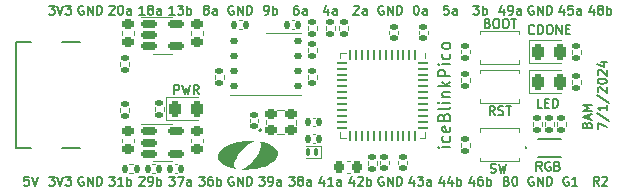
<source format=gbr>
%TF.GenerationSoftware,KiCad,Pcbnew,8.0.4-8.0.4-0~ubuntu24.04.1*%
%TF.CreationDate,2024-07-31T18:59:25-04:00*%
%TF.ProjectId,iceblink,69636562-6c69-46e6-9b2e-6b696361645f,rev?*%
%TF.SameCoordinates,Original*%
%TF.FileFunction,Legend,Top*%
%TF.FilePolarity,Positive*%
%FSLAX46Y46*%
G04 Gerber Fmt 4.6, Leading zero omitted, Abs format (unit mm)*
G04 Created by KiCad (PCBNEW 8.0.4-8.0.4-0~ubuntu24.04.1) date 2024-07-31 18:59:25*
%MOMM*%
%LPD*%
G01*
G04 APERTURE LIST*
G04 Aperture macros list*
%AMRoundRect*
0 Rectangle with rounded corners*
0 $1 Rounding radius*
0 $2 $3 $4 $5 $6 $7 $8 $9 X,Y pos of 4 corners*
0 Add a 4 corners polygon primitive as box body*
4,1,4,$2,$3,$4,$5,$6,$7,$8,$9,$2,$3,0*
0 Add four circle primitives for the rounded corners*
1,1,$1+$1,$2,$3*
1,1,$1+$1,$4,$5*
1,1,$1+$1,$6,$7*
1,1,$1+$1,$8,$9*
0 Add four rect primitives between the rounded corners*
20,1,$1+$1,$2,$3,$4,$5,0*
20,1,$1+$1,$4,$5,$6,$7,0*
20,1,$1+$1,$6,$7,$8,$9,0*
20,1,$1+$1,$8,$9,$2,$3,0*%
G04 Aperture macros list end*
%ADD10C,0.152400*%
%ADD11C,0.203200*%
%ADD12C,0.120000*%
%ADD13C,0.000000*%
%ADD14C,0.210000*%
%ADD15C,0.150000*%
%ADD16C,0.200000*%
%ADD17RoundRect,0.140000X0.140000X0.170000X-0.140000X0.170000X-0.140000X-0.170000X0.140000X-0.170000X0*%
%ADD18RoundRect,0.140000X0.170000X-0.140000X0.170000X0.140000X-0.170000X0.140000X-0.170000X-0.140000X0*%
%ADD19RoundRect,0.225000X-0.250000X0.225000X-0.250000X-0.225000X0.250000X-0.225000X0.250000X0.225000X0*%
%ADD20RoundRect,0.135000X0.185000X-0.135000X0.185000X0.135000X-0.185000X0.135000X-0.185000X-0.135000X0*%
%ADD21RoundRect,0.140000X-0.170000X0.140000X-0.170000X-0.140000X0.170000X-0.140000X0.170000X0.140000X0*%
%ADD22RoundRect,0.100000X0.100000X0.250000X-0.100000X0.250000X-0.100000X-0.250000X0.100000X-0.250000X0*%
%ADD23R,0.900000X1.700000*%
%ADD24RoundRect,0.135000X-0.185000X0.135000X-0.185000X-0.135000X0.185000X-0.135000X0.185000X0.135000X0*%
%ADD25RoundRect,0.212500X-0.287500X-0.212500X0.287500X-0.212500X0.287500X0.212500X-0.287500X0.212500X0*%
%ADD26RoundRect,0.225000X-0.225000X-0.250000X0.225000X-0.250000X0.225000X0.250000X-0.225000X0.250000X0*%
%ADD27RoundRect,0.243750X-0.243750X-0.456250X0.243750X-0.456250X0.243750X0.456250X-0.243750X0.456250X0*%
%ADD28R,1.000000X0.500000*%
%ADD29RoundRect,0.135000X-0.135000X-0.185000X0.135000X-0.185000X0.135000X0.185000X-0.135000X0.185000X0*%
%ADD30RoundRect,0.150000X-0.512500X-0.150000X0.512500X-0.150000X0.512500X0.150000X-0.512500X0.150000X0*%
%ADD31RoundRect,0.125000X-0.250000X-0.125000X0.250000X-0.125000X0.250000X0.125000X-0.250000X0.125000X0*%
%ADD32R,3.400000X4.300000*%
%ADD33RoundRect,0.062500X-0.062500X0.375000X-0.062500X-0.375000X0.062500X-0.375000X0.062500X0.375000X0*%
%ADD34RoundRect,0.062500X-0.375000X0.062500X-0.375000X-0.062500X0.375000X-0.062500X0.375000X0.062500X0*%
%ADD35R,5.600000X5.600000*%
%ADD36RoundRect,0.135000X0.135000X0.185000X-0.135000X0.185000X-0.135000X-0.185000X0.135000X-0.185000X0*%
%ADD37C,2.000000*%
%ADD38RoundRect,0.140000X-0.140000X-0.170000X0.140000X-0.170000X0.140000X0.170000X-0.140000X0.170000X0*%
%ADD39C,0.650000*%
%ADD40R,1.150000X0.580000*%
%ADD41R,1.150000X0.280000*%
%ADD42O,2.100000X1.050000*%
%ADD43O,2.000000X1.000000*%
%ADD44R,1.700000X1.700000*%
%ADD45O,1.700000X1.700000*%
G04 APERTURE END LIST*
D10*
X147628429Y-118643820D02*
X148100143Y-118643820D01*
X148100143Y-118643820D02*
X147846143Y-118934106D01*
X147846143Y-118934106D02*
X147955000Y-118934106D01*
X147955000Y-118934106D02*
X148027572Y-118970392D01*
X148027572Y-118970392D02*
X148063857Y-119006677D01*
X148063857Y-119006677D02*
X148100143Y-119079249D01*
X148100143Y-119079249D02*
X148100143Y-119260677D01*
X148100143Y-119260677D02*
X148063857Y-119333249D01*
X148063857Y-119333249D02*
X148027572Y-119369535D01*
X148027572Y-119369535D02*
X147955000Y-119405820D01*
X147955000Y-119405820D02*
X147737286Y-119405820D01*
X147737286Y-119405820D02*
X147664714Y-119369535D01*
X147664714Y-119369535D02*
X147628429Y-119333249D01*
X148463000Y-119405820D02*
X148608143Y-119405820D01*
X148608143Y-119405820D02*
X148680714Y-119369535D01*
X148680714Y-119369535D02*
X148717000Y-119333249D01*
X148717000Y-119333249D02*
X148789571Y-119224392D01*
X148789571Y-119224392D02*
X148825857Y-119079249D01*
X148825857Y-119079249D02*
X148825857Y-118788963D01*
X148825857Y-118788963D02*
X148789571Y-118716392D01*
X148789571Y-118716392D02*
X148753286Y-118680106D01*
X148753286Y-118680106D02*
X148680714Y-118643820D01*
X148680714Y-118643820D02*
X148535571Y-118643820D01*
X148535571Y-118643820D02*
X148463000Y-118680106D01*
X148463000Y-118680106D02*
X148426714Y-118716392D01*
X148426714Y-118716392D02*
X148390428Y-118788963D01*
X148390428Y-118788963D02*
X148390428Y-118970392D01*
X148390428Y-118970392D02*
X148426714Y-119042963D01*
X148426714Y-119042963D02*
X148463000Y-119079249D01*
X148463000Y-119079249D02*
X148535571Y-119115535D01*
X148535571Y-119115535D02*
X148680714Y-119115535D01*
X148680714Y-119115535D02*
X148753286Y-119079249D01*
X148753286Y-119079249D02*
X148789571Y-119042963D01*
X148789571Y-119042963D02*
X148825857Y-118970392D01*
X149479000Y-119405820D02*
X149479000Y-119006677D01*
X149479000Y-119006677D02*
X149442714Y-118934106D01*
X149442714Y-118934106D02*
X149370142Y-118897820D01*
X149370142Y-118897820D02*
X149225000Y-118897820D01*
X149225000Y-118897820D02*
X149152428Y-118934106D01*
X149479000Y-119369535D02*
X149406428Y-119405820D01*
X149406428Y-119405820D02*
X149225000Y-119405820D01*
X149225000Y-119405820D02*
X149152428Y-119369535D01*
X149152428Y-119369535D02*
X149116142Y-119296963D01*
X149116142Y-119296963D02*
X149116142Y-119224392D01*
X149116142Y-119224392D02*
X149152428Y-119151820D01*
X149152428Y-119151820D02*
X149225000Y-119115535D01*
X149225000Y-119115535D02*
X149406428Y-119115535D01*
X149406428Y-119115535D02*
X149479000Y-119079249D01*
X160727572Y-118897820D02*
X160727572Y-119405820D01*
X160546143Y-118607535D02*
X160364714Y-119151820D01*
X160364714Y-119151820D02*
X160836429Y-119151820D01*
X161054143Y-118643820D02*
X161525857Y-118643820D01*
X161525857Y-118643820D02*
X161271857Y-118934106D01*
X161271857Y-118934106D02*
X161380714Y-118934106D01*
X161380714Y-118934106D02*
X161453286Y-118970392D01*
X161453286Y-118970392D02*
X161489571Y-119006677D01*
X161489571Y-119006677D02*
X161525857Y-119079249D01*
X161525857Y-119079249D02*
X161525857Y-119260677D01*
X161525857Y-119260677D02*
X161489571Y-119333249D01*
X161489571Y-119333249D02*
X161453286Y-119369535D01*
X161453286Y-119369535D02*
X161380714Y-119405820D01*
X161380714Y-119405820D02*
X161163000Y-119405820D01*
X161163000Y-119405820D02*
X161090428Y-119369535D01*
X161090428Y-119369535D02*
X161054143Y-119333249D01*
X162179000Y-119405820D02*
X162179000Y-119006677D01*
X162179000Y-119006677D02*
X162142714Y-118934106D01*
X162142714Y-118934106D02*
X162070142Y-118897820D01*
X162070142Y-118897820D02*
X161925000Y-118897820D01*
X161925000Y-118897820D02*
X161852428Y-118934106D01*
X162179000Y-119369535D02*
X162106428Y-119405820D01*
X162106428Y-119405820D02*
X161925000Y-119405820D01*
X161925000Y-119405820D02*
X161852428Y-119369535D01*
X161852428Y-119369535D02*
X161816142Y-119296963D01*
X161816142Y-119296963D02*
X161816142Y-119224392D01*
X161816142Y-119224392D02*
X161852428Y-119151820D01*
X161852428Y-119151820D02*
X161925000Y-119115535D01*
X161925000Y-119115535D02*
X162106428Y-119115535D01*
X162106428Y-119115535D02*
X162179000Y-119079249D01*
X132769428Y-104202106D02*
X132696857Y-104165820D01*
X132696857Y-104165820D02*
X132587999Y-104165820D01*
X132587999Y-104165820D02*
X132479142Y-104202106D01*
X132479142Y-104202106D02*
X132406571Y-104274677D01*
X132406571Y-104274677D02*
X132370285Y-104347249D01*
X132370285Y-104347249D02*
X132333999Y-104492392D01*
X132333999Y-104492392D02*
X132333999Y-104601249D01*
X132333999Y-104601249D02*
X132370285Y-104746392D01*
X132370285Y-104746392D02*
X132406571Y-104818963D01*
X132406571Y-104818963D02*
X132479142Y-104891535D01*
X132479142Y-104891535D02*
X132587999Y-104927820D01*
X132587999Y-104927820D02*
X132660571Y-104927820D01*
X132660571Y-104927820D02*
X132769428Y-104891535D01*
X132769428Y-104891535D02*
X132805714Y-104855249D01*
X132805714Y-104855249D02*
X132805714Y-104601249D01*
X132805714Y-104601249D02*
X132660571Y-104601249D01*
X133132285Y-104927820D02*
X133132285Y-104165820D01*
X133132285Y-104165820D02*
X133567714Y-104927820D01*
X133567714Y-104927820D02*
X133567714Y-104165820D01*
X133930571Y-104927820D02*
X133930571Y-104165820D01*
X133930571Y-104165820D02*
X134112000Y-104165820D01*
X134112000Y-104165820D02*
X134220857Y-104202106D01*
X134220857Y-104202106D02*
X134293428Y-104274677D01*
X134293428Y-104274677D02*
X134329714Y-104347249D01*
X134329714Y-104347249D02*
X134366000Y-104492392D01*
X134366000Y-104492392D02*
X134366000Y-104601249D01*
X134366000Y-104601249D02*
X134329714Y-104746392D01*
X134329714Y-104746392D02*
X134293428Y-104818963D01*
X134293428Y-104818963D02*
X134220857Y-104891535D01*
X134220857Y-104891535D02*
X134112000Y-104927820D01*
X134112000Y-104927820D02*
X133930571Y-104927820D01*
X128124857Y-118643820D02*
X127762000Y-118643820D01*
X127762000Y-118643820D02*
X127725714Y-119006677D01*
X127725714Y-119006677D02*
X127762000Y-118970392D01*
X127762000Y-118970392D02*
X127834572Y-118934106D01*
X127834572Y-118934106D02*
X128016000Y-118934106D01*
X128016000Y-118934106D02*
X128088572Y-118970392D01*
X128088572Y-118970392D02*
X128124857Y-119006677D01*
X128124857Y-119006677D02*
X128161143Y-119079249D01*
X128161143Y-119079249D02*
X128161143Y-119260677D01*
X128161143Y-119260677D02*
X128124857Y-119333249D01*
X128124857Y-119333249D02*
X128088572Y-119369535D01*
X128088572Y-119369535D02*
X128016000Y-119405820D01*
X128016000Y-119405820D02*
X127834572Y-119405820D01*
X127834572Y-119405820D02*
X127762000Y-119369535D01*
X127762000Y-119369535D02*
X127725714Y-119333249D01*
X128378857Y-118643820D02*
X128632857Y-119405820D01*
X128632857Y-119405820D02*
X128886857Y-118643820D01*
X150930429Y-104165820D02*
X150785286Y-104165820D01*
X150785286Y-104165820D02*
X150712714Y-104202106D01*
X150712714Y-104202106D02*
X150676429Y-104238392D01*
X150676429Y-104238392D02*
X150603857Y-104347249D01*
X150603857Y-104347249D02*
X150567571Y-104492392D01*
X150567571Y-104492392D02*
X150567571Y-104782677D01*
X150567571Y-104782677D02*
X150603857Y-104855249D01*
X150603857Y-104855249D02*
X150640143Y-104891535D01*
X150640143Y-104891535D02*
X150712714Y-104927820D01*
X150712714Y-104927820D02*
X150857857Y-104927820D01*
X150857857Y-104927820D02*
X150930429Y-104891535D01*
X150930429Y-104891535D02*
X150966714Y-104855249D01*
X150966714Y-104855249D02*
X151003000Y-104782677D01*
X151003000Y-104782677D02*
X151003000Y-104601249D01*
X151003000Y-104601249D02*
X150966714Y-104528677D01*
X150966714Y-104528677D02*
X150930429Y-104492392D01*
X150930429Y-104492392D02*
X150857857Y-104456106D01*
X150857857Y-104456106D02*
X150712714Y-104456106D01*
X150712714Y-104456106D02*
X150640143Y-104492392D01*
X150640143Y-104492392D02*
X150603857Y-104528677D01*
X150603857Y-104528677D02*
X150567571Y-104601249D01*
X151656143Y-104927820D02*
X151656143Y-104528677D01*
X151656143Y-104528677D02*
X151619857Y-104456106D01*
X151619857Y-104456106D02*
X151547285Y-104419820D01*
X151547285Y-104419820D02*
X151402143Y-104419820D01*
X151402143Y-104419820D02*
X151329571Y-104456106D01*
X151656143Y-104891535D02*
X151583571Y-104927820D01*
X151583571Y-104927820D02*
X151402143Y-104927820D01*
X151402143Y-104927820D02*
X151329571Y-104891535D01*
X151329571Y-104891535D02*
X151293285Y-104818963D01*
X151293285Y-104818963D02*
X151293285Y-104746392D01*
X151293285Y-104746392D02*
X151329571Y-104673820D01*
X151329571Y-104673820D02*
X151402143Y-104637535D01*
X151402143Y-104637535D02*
X151583571Y-104637535D01*
X151583571Y-104637535D02*
X151656143Y-104601249D01*
X158169428Y-104202106D02*
X158096857Y-104165820D01*
X158096857Y-104165820D02*
X157987999Y-104165820D01*
X157987999Y-104165820D02*
X157879142Y-104202106D01*
X157879142Y-104202106D02*
X157806571Y-104274677D01*
X157806571Y-104274677D02*
X157770285Y-104347249D01*
X157770285Y-104347249D02*
X157733999Y-104492392D01*
X157733999Y-104492392D02*
X157733999Y-104601249D01*
X157733999Y-104601249D02*
X157770285Y-104746392D01*
X157770285Y-104746392D02*
X157806571Y-104818963D01*
X157806571Y-104818963D02*
X157879142Y-104891535D01*
X157879142Y-104891535D02*
X157987999Y-104927820D01*
X157987999Y-104927820D02*
X158060571Y-104927820D01*
X158060571Y-104927820D02*
X158169428Y-104891535D01*
X158169428Y-104891535D02*
X158205714Y-104855249D01*
X158205714Y-104855249D02*
X158205714Y-104601249D01*
X158205714Y-104601249D02*
X158060571Y-104601249D01*
X158532285Y-104927820D02*
X158532285Y-104165820D01*
X158532285Y-104165820D02*
X158967714Y-104927820D01*
X158967714Y-104927820D02*
X158967714Y-104165820D01*
X159330571Y-104927820D02*
X159330571Y-104165820D01*
X159330571Y-104165820D02*
X159512000Y-104165820D01*
X159512000Y-104165820D02*
X159620857Y-104202106D01*
X159620857Y-104202106D02*
X159693428Y-104274677D01*
X159693428Y-104274677D02*
X159729714Y-104347249D01*
X159729714Y-104347249D02*
X159766000Y-104492392D01*
X159766000Y-104492392D02*
X159766000Y-104601249D01*
X159766000Y-104601249D02*
X159729714Y-104746392D01*
X159729714Y-104746392D02*
X159693428Y-104818963D01*
X159693428Y-104818963D02*
X159620857Y-104891535D01*
X159620857Y-104891535D02*
X159512000Y-104927820D01*
X159512000Y-104927820D02*
X159330571Y-104927820D01*
X145469428Y-104202106D02*
X145396857Y-104165820D01*
X145396857Y-104165820D02*
X145287999Y-104165820D01*
X145287999Y-104165820D02*
X145179142Y-104202106D01*
X145179142Y-104202106D02*
X145106571Y-104274677D01*
X145106571Y-104274677D02*
X145070285Y-104347249D01*
X145070285Y-104347249D02*
X145033999Y-104492392D01*
X145033999Y-104492392D02*
X145033999Y-104601249D01*
X145033999Y-104601249D02*
X145070285Y-104746392D01*
X145070285Y-104746392D02*
X145106571Y-104818963D01*
X145106571Y-104818963D02*
X145179142Y-104891535D01*
X145179142Y-104891535D02*
X145287999Y-104927820D01*
X145287999Y-104927820D02*
X145360571Y-104927820D01*
X145360571Y-104927820D02*
X145469428Y-104891535D01*
X145469428Y-104891535D02*
X145505714Y-104855249D01*
X145505714Y-104855249D02*
X145505714Y-104601249D01*
X145505714Y-104601249D02*
X145360571Y-104601249D01*
X145832285Y-104927820D02*
X145832285Y-104165820D01*
X145832285Y-104165820D02*
X146267714Y-104927820D01*
X146267714Y-104927820D02*
X146267714Y-104165820D01*
X146630571Y-104927820D02*
X146630571Y-104165820D01*
X146630571Y-104165820D02*
X146812000Y-104165820D01*
X146812000Y-104165820D02*
X146920857Y-104202106D01*
X146920857Y-104202106D02*
X146993428Y-104274677D01*
X146993428Y-104274677D02*
X147029714Y-104347249D01*
X147029714Y-104347249D02*
X147066000Y-104492392D01*
X147066000Y-104492392D02*
X147066000Y-104601249D01*
X147066000Y-104601249D02*
X147029714Y-104746392D01*
X147029714Y-104746392D02*
X146993428Y-104818963D01*
X146993428Y-104818963D02*
X146920857Y-104891535D01*
X146920857Y-104891535D02*
X146812000Y-104927820D01*
X146812000Y-104927820D02*
X146630571Y-104927820D01*
X140008429Y-118643820D02*
X140480143Y-118643820D01*
X140480143Y-118643820D02*
X140226143Y-118934106D01*
X140226143Y-118934106D02*
X140335000Y-118934106D01*
X140335000Y-118934106D02*
X140407572Y-118970392D01*
X140407572Y-118970392D02*
X140443857Y-119006677D01*
X140443857Y-119006677D02*
X140480143Y-119079249D01*
X140480143Y-119079249D02*
X140480143Y-119260677D01*
X140480143Y-119260677D02*
X140443857Y-119333249D01*
X140443857Y-119333249D02*
X140407572Y-119369535D01*
X140407572Y-119369535D02*
X140335000Y-119405820D01*
X140335000Y-119405820D02*
X140117286Y-119405820D01*
X140117286Y-119405820D02*
X140044714Y-119369535D01*
X140044714Y-119369535D02*
X140008429Y-119333249D01*
X140734143Y-118643820D02*
X141242143Y-118643820D01*
X141242143Y-118643820D02*
X140915571Y-119405820D01*
X141859000Y-119405820D02*
X141859000Y-119006677D01*
X141859000Y-119006677D02*
X141822714Y-118934106D01*
X141822714Y-118934106D02*
X141750142Y-118897820D01*
X141750142Y-118897820D02*
X141605000Y-118897820D01*
X141605000Y-118897820D02*
X141532428Y-118934106D01*
X141859000Y-119369535D02*
X141786428Y-119405820D01*
X141786428Y-119405820D02*
X141605000Y-119405820D01*
X141605000Y-119405820D02*
X141532428Y-119369535D01*
X141532428Y-119369535D02*
X141496142Y-119296963D01*
X141496142Y-119296963D02*
X141496142Y-119224392D01*
X141496142Y-119224392D02*
X141532428Y-119151820D01*
X141532428Y-119151820D02*
X141605000Y-119115535D01*
X141605000Y-119115535D02*
X141786428Y-119115535D01*
X141786428Y-119115535D02*
X141859000Y-119079249D01*
X140480143Y-104927820D02*
X140044714Y-104927820D01*
X140262429Y-104927820D02*
X140262429Y-104165820D01*
X140262429Y-104165820D02*
X140189857Y-104274677D01*
X140189857Y-104274677D02*
X140117286Y-104347249D01*
X140117286Y-104347249D02*
X140044714Y-104383535D01*
X140734143Y-104165820D02*
X141205857Y-104165820D01*
X141205857Y-104165820D02*
X140951857Y-104456106D01*
X140951857Y-104456106D02*
X141060714Y-104456106D01*
X141060714Y-104456106D02*
X141133286Y-104492392D01*
X141133286Y-104492392D02*
X141169571Y-104528677D01*
X141169571Y-104528677D02*
X141205857Y-104601249D01*
X141205857Y-104601249D02*
X141205857Y-104782677D01*
X141205857Y-104782677D02*
X141169571Y-104855249D01*
X141169571Y-104855249D02*
X141133286Y-104891535D01*
X141133286Y-104891535D02*
X141060714Y-104927820D01*
X141060714Y-104927820D02*
X140843000Y-104927820D01*
X140843000Y-104927820D02*
X140770428Y-104891535D01*
X140770428Y-104891535D02*
X140734143Y-104855249D01*
X141532428Y-104927820D02*
X141532428Y-104165820D01*
X141532428Y-104456106D02*
X141605000Y-104419820D01*
X141605000Y-104419820D02*
X141750142Y-104419820D01*
X141750142Y-104419820D02*
X141822714Y-104456106D01*
X141822714Y-104456106D02*
X141859000Y-104492392D01*
X141859000Y-104492392D02*
X141895285Y-104564963D01*
X141895285Y-104564963D02*
X141895285Y-104782677D01*
X141895285Y-104782677D02*
X141859000Y-104855249D01*
X141859000Y-104855249D02*
X141822714Y-104891535D01*
X141822714Y-104891535D02*
X141750142Y-104927820D01*
X141750142Y-104927820D02*
X141605000Y-104927820D01*
X141605000Y-104927820D02*
X141532428Y-104891535D01*
X175967572Y-104419820D02*
X175967572Y-104927820D01*
X175786143Y-104129535D02*
X175604714Y-104673820D01*
X175604714Y-104673820D02*
X176076429Y-104673820D01*
X176475571Y-104492392D02*
X176403000Y-104456106D01*
X176403000Y-104456106D02*
X176366714Y-104419820D01*
X176366714Y-104419820D02*
X176330428Y-104347249D01*
X176330428Y-104347249D02*
X176330428Y-104310963D01*
X176330428Y-104310963D02*
X176366714Y-104238392D01*
X176366714Y-104238392D02*
X176403000Y-104202106D01*
X176403000Y-104202106D02*
X176475571Y-104165820D01*
X176475571Y-104165820D02*
X176620714Y-104165820D01*
X176620714Y-104165820D02*
X176693286Y-104202106D01*
X176693286Y-104202106D02*
X176729571Y-104238392D01*
X176729571Y-104238392D02*
X176765857Y-104310963D01*
X176765857Y-104310963D02*
X176765857Y-104347249D01*
X176765857Y-104347249D02*
X176729571Y-104419820D01*
X176729571Y-104419820D02*
X176693286Y-104456106D01*
X176693286Y-104456106D02*
X176620714Y-104492392D01*
X176620714Y-104492392D02*
X176475571Y-104492392D01*
X176475571Y-104492392D02*
X176403000Y-104528677D01*
X176403000Y-104528677D02*
X176366714Y-104564963D01*
X176366714Y-104564963D02*
X176330428Y-104637535D01*
X176330428Y-104637535D02*
X176330428Y-104782677D01*
X176330428Y-104782677D02*
X176366714Y-104855249D01*
X176366714Y-104855249D02*
X176403000Y-104891535D01*
X176403000Y-104891535D02*
X176475571Y-104927820D01*
X176475571Y-104927820D02*
X176620714Y-104927820D01*
X176620714Y-104927820D02*
X176693286Y-104891535D01*
X176693286Y-104891535D02*
X176729571Y-104855249D01*
X176729571Y-104855249D02*
X176765857Y-104782677D01*
X176765857Y-104782677D02*
X176765857Y-104637535D01*
X176765857Y-104637535D02*
X176729571Y-104564963D01*
X176729571Y-104564963D02*
X176693286Y-104528677D01*
X176693286Y-104528677D02*
X176620714Y-104492392D01*
X177092428Y-104927820D02*
X177092428Y-104165820D01*
X177092428Y-104456106D02*
X177165000Y-104419820D01*
X177165000Y-104419820D02*
X177310142Y-104419820D01*
X177310142Y-104419820D02*
X177382714Y-104456106D01*
X177382714Y-104456106D02*
X177419000Y-104492392D01*
X177419000Y-104492392D02*
X177455285Y-104564963D01*
X177455285Y-104564963D02*
X177455285Y-104782677D01*
X177455285Y-104782677D02*
X177419000Y-104855249D01*
X177419000Y-104855249D02*
X177382714Y-104891535D01*
X177382714Y-104891535D02*
X177310142Y-104927820D01*
X177310142Y-104927820D02*
X177165000Y-104927820D01*
X177165000Y-104927820D02*
X177092428Y-104891535D01*
X176403000Y-119405820D02*
X176149000Y-119042963D01*
X175967571Y-119405820D02*
X175967571Y-118643820D01*
X175967571Y-118643820D02*
X176257857Y-118643820D01*
X176257857Y-118643820D02*
X176330428Y-118680106D01*
X176330428Y-118680106D02*
X176366714Y-118716392D01*
X176366714Y-118716392D02*
X176403000Y-118788963D01*
X176403000Y-118788963D02*
X176403000Y-118897820D01*
X176403000Y-118897820D02*
X176366714Y-118970392D01*
X176366714Y-118970392D02*
X176330428Y-119006677D01*
X176330428Y-119006677D02*
X176257857Y-119042963D01*
X176257857Y-119042963D02*
X175967571Y-119042963D01*
X176693285Y-118716392D02*
X176729571Y-118680106D01*
X176729571Y-118680106D02*
X176802143Y-118643820D01*
X176802143Y-118643820D02*
X176983571Y-118643820D01*
X176983571Y-118643820D02*
X177056143Y-118680106D01*
X177056143Y-118680106D02*
X177092428Y-118716392D01*
X177092428Y-118716392D02*
X177128714Y-118788963D01*
X177128714Y-118788963D02*
X177128714Y-118861535D01*
X177128714Y-118861535D02*
X177092428Y-118970392D01*
X177092428Y-118970392D02*
X176657000Y-119405820D01*
X176657000Y-119405820D02*
X177128714Y-119405820D01*
X173427572Y-104419820D02*
X173427572Y-104927820D01*
X173246143Y-104129535D02*
X173064714Y-104673820D01*
X173064714Y-104673820D02*
X173536429Y-104673820D01*
X174189571Y-104165820D02*
X173826714Y-104165820D01*
X173826714Y-104165820D02*
X173790428Y-104528677D01*
X173790428Y-104528677D02*
X173826714Y-104492392D01*
X173826714Y-104492392D02*
X173899286Y-104456106D01*
X173899286Y-104456106D02*
X174080714Y-104456106D01*
X174080714Y-104456106D02*
X174153286Y-104492392D01*
X174153286Y-104492392D02*
X174189571Y-104528677D01*
X174189571Y-104528677D02*
X174225857Y-104601249D01*
X174225857Y-104601249D02*
X174225857Y-104782677D01*
X174225857Y-104782677D02*
X174189571Y-104855249D01*
X174189571Y-104855249D02*
X174153286Y-104891535D01*
X174153286Y-104891535D02*
X174080714Y-104927820D01*
X174080714Y-104927820D02*
X173899286Y-104927820D01*
X173899286Y-104927820D02*
X173826714Y-104891535D01*
X173826714Y-104891535D02*
X173790428Y-104855249D01*
X174879000Y-104927820D02*
X174879000Y-104528677D01*
X174879000Y-104528677D02*
X174842714Y-104456106D01*
X174842714Y-104456106D02*
X174770142Y-104419820D01*
X174770142Y-104419820D02*
X174625000Y-104419820D01*
X174625000Y-104419820D02*
X174552428Y-104456106D01*
X174879000Y-104891535D02*
X174806428Y-104927820D01*
X174806428Y-104927820D02*
X174625000Y-104927820D01*
X174625000Y-104927820D02*
X174552428Y-104891535D01*
X174552428Y-104891535D02*
X174516142Y-104818963D01*
X174516142Y-104818963D02*
X174516142Y-104746392D01*
X174516142Y-104746392D02*
X174552428Y-104673820D01*
X174552428Y-104673820D02*
X174625000Y-104637535D01*
X174625000Y-104637535D02*
X174806428Y-104637535D01*
X174806428Y-104637535D02*
X174879000Y-104601249D01*
X167603715Y-113436820D02*
X167349715Y-113073963D01*
X167168286Y-113436820D02*
X167168286Y-112674820D01*
X167168286Y-112674820D02*
X167458572Y-112674820D01*
X167458572Y-112674820D02*
X167531143Y-112711106D01*
X167531143Y-112711106D02*
X167567429Y-112747392D01*
X167567429Y-112747392D02*
X167603715Y-112819963D01*
X167603715Y-112819963D02*
X167603715Y-112928820D01*
X167603715Y-112928820D02*
X167567429Y-113001392D01*
X167567429Y-113001392D02*
X167531143Y-113037677D01*
X167531143Y-113037677D02*
X167458572Y-113073963D01*
X167458572Y-113073963D02*
X167168286Y-113073963D01*
X167894000Y-113400535D02*
X168002858Y-113436820D01*
X168002858Y-113436820D02*
X168184286Y-113436820D01*
X168184286Y-113436820D02*
X168256858Y-113400535D01*
X168256858Y-113400535D02*
X168293143Y-113364249D01*
X168293143Y-113364249D02*
X168329429Y-113291677D01*
X168329429Y-113291677D02*
X168329429Y-113219106D01*
X168329429Y-113219106D02*
X168293143Y-113146535D01*
X168293143Y-113146535D02*
X168256858Y-113110249D01*
X168256858Y-113110249D02*
X168184286Y-113073963D01*
X168184286Y-113073963D02*
X168039143Y-113037677D01*
X168039143Y-113037677D02*
X167966572Y-113001392D01*
X167966572Y-113001392D02*
X167930286Y-112965106D01*
X167930286Y-112965106D02*
X167894000Y-112892535D01*
X167894000Y-112892535D02*
X167894000Y-112819963D01*
X167894000Y-112819963D02*
X167930286Y-112747392D01*
X167930286Y-112747392D02*
X167966572Y-112711106D01*
X167966572Y-112711106D02*
X168039143Y-112674820D01*
X168039143Y-112674820D02*
X168220572Y-112674820D01*
X168220572Y-112674820D02*
X168329429Y-112711106D01*
X168547143Y-112674820D02*
X168982572Y-112674820D01*
X168764857Y-113436820D02*
X168764857Y-112674820D01*
X163666714Y-104165820D02*
X163303857Y-104165820D01*
X163303857Y-104165820D02*
X163267571Y-104528677D01*
X163267571Y-104528677D02*
X163303857Y-104492392D01*
X163303857Y-104492392D02*
X163376429Y-104456106D01*
X163376429Y-104456106D02*
X163557857Y-104456106D01*
X163557857Y-104456106D02*
X163630429Y-104492392D01*
X163630429Y-104492392D02*
X163666714Y-104528677D01*
X163666714Y-104528677D02*
X163703000Y-104601249D01*
X163703000Y-104601249D02*
X163703000Y-104782677D01*
X163703000Y-104782677D02*
X163666714Y-104855249D01*
X163666714Y-104855249D02*
X163630429Y-104891535D01*
X163630429Y-104891535D02*
X163557857Y-104927820D01*
X163557857Y-104927820D02*
X163376429Y-104927820D01*
X163376429Y-104927820D02*
X163303857Y-104891535D01*
X163303857Y-104891535D02*
X163267571Y-104855249D01*
X164356143Y-104927820D02*
X164356143Y-104528677D01*
X164356143Y-104528677D02*
X164319857Y-104456106D01*
X164319857Y-104456106D02*
X164247285Y-104419820D01*
X164247285Y-104419820D02*
X164102143Y-104419820D01*
X164102143Y-104419820D02*
X164029571Y-104456106D01*
X164356143Y-104891535D02*
X164283571Y-104927820D01*
X164283571Y-104927820D02*
X164102143Y-104927820D01*
X164102143Y-104927820D02*
X164029571Y-104891535D01*
X164029571Y-104891535D02*
X163993285Y-104818963D01*
X163993285Y-104818963D02*
X163993285Y-104746392D01*
X163993285Y-104746392D02*
X164029571Y-104673820D01*
X164029571Y-104673820D02*
X164102143Y-104637535D01*
X164102143Y-104637535D02*
X164283571Y-104637535D01*
X164283571Y-104637535D02*
X164356143Y-104601249D01*
X170869428Y-104202106D02*
X170796857Y-104165820D01*
X170796857Y-104165820D02*
X170687999Y-104165820D01*
X170687999Y-104165820D02*
X170579142Y-104202106D01*
X170579142Y-104202106D02*
X170506571Y-104274677D01*
X170506571Y-104274677D02*
X170470285Y-104347249D01*
X170470285Y-104347249D02*
X170433999Y-104492392D01*
X170433999Y-104492392D02*
X170433999Y-104601249D01*
X170433999Y-104601249D02*
X170470285Y-104746392D01*
X170470285Y-104746392D02*
X170506571Y-104818963D01*
X170506571Y-104818963D02*
X170579142Y-104891535D01*
X170579142Y-104891535D02*
X170687999Y-104927820D01*
X170687999Y-104927820D02*
X170760571Y-104927820D01*
X170760571Y-104927820D02*
X170869428Y-104891535D01*
X170869428Y-104891535D02*
X170905714Y-104855249D01*
X170905714Y-104855249D02*
X170905714Y-104601249D01*
X170905714Y-104601249D02*
X170760571Y-104601249D01*
X171232285Y-104927820D02*
X171232285Y-104165820D01*
X171232285Y-104165820D02*
X171667714Y-104927820D01*
X171667714Y-104927820D02*
X171667714Y-104165820D01*
X172030571Y-104927820D02*
X172030571Y-104165820D01*
X172030571Y-104165820D02*
X172212000Y-104165820D01*
X172212000Y-104165820D02*
X172320857Y-104202106D01*
X172320857Y-104202106D02*
X172393428Y-104274677D01*
X172393428Y-104274677D02*
X172429714Y-104347249D01*
X172429714Y-104347249D02*
X172466000Y-104492392D01*
X172466000Y-104492392D02*
X172466000Y-104601249D01*
X172466000Y-104601249D02*
X172429714Y-104746392D01*
X172429714Y-104746392D02*
X172393428Y-104818963D01*
X172393428Y-104818963D02*
X172320857Y-104891535D01*
X172320857Y-104891535D02*
X172212000Y-104927820D01*
X172212000Y-104927820D02*
X172030571Y-104927820D01*
X175394677Y-114272308D02*
X175430963Y-114163451D01*
X175430963Y-114163451D02*
X175467249Y-114127165D01*
X175467249Y-114127165D02*
X175539820Y-114090879D01*
X175539820Y-114090879D02*
X175648677Y-114090879D01*
X175648677Y-114090879D02*
X175721249Y-114127165D01*
X175721249Y-114127165D02*
X175757535Y-114163451D01*
X175757535Y-114163451D02*
X175793820Y-114236022D01*
X175793820Y-114236022D02*
X175793820Y-114526308D01*
X175793820Y-114526308D02*
X175031820Y-114526308D01*
X175031820Y-114526308D02*
X175031820Y-114272308D01*
X175031820Y-114272308D02*
X175068106Y-114199737D01*
X175068106Y-114199737D02*
X175104392Y-114163451D01*
X175104392Y-114163451D02*
X175176963Y-114127165D01*
X175176963Y-114127165D02*
X175249535Y-114127165D01*
X175249535Y-114127165D02*
X175322106Y-114163451D01*
X175322106Y-114163451D02*
X175358392Y-114199737D01*
X175358392Y-114199737D02*
X175394677Y-114272308D01*
X175394677Y-114272308D02*
X175394677Y-114526308D01*
X175576106Y-113800594D02*
X175576106Y-113437737D01*
X175793820Y-113873165D02*
X175031820Y-113619165D01*
X175031820Y-113619165D02*
X175793820Y-113365165D01*
X175793820Y-113111165D02*
X175031820Y-113111165D01*
X175031820Y-113111165D02*
X175576106Y-112857165D01*
X175576106Y-112857165D02*
X175031820Y-112603165D01*
X175031820Y-112603165D02*
X175793820Y-112603165D01*
X170923857Y-106506249D02*
X170887571Y-106542535D01*
X170887571Y-106542535D02*
X170778714Y-106578820D01*
X170778714Y-106578820D02*
X170706142Y-106578820D01*
X170706142Y-106578820D02*
X170597285Y-106542535D01*
X170597285Y-106542535D02*
X170524714Y-106469963D01*
X170524714Y-106469963D02*
X170488428Y-106397392D01*
X170488428Y-106397392D02*
X170452142Y-106252249D01*
X170452142Y-106252249D02*
X170452142Y-106143392D01*
X170452142Y-106143392D02*
X170488428Y-105998249D01*
X170488428Y-105998249D02*
X170524714Y-105925677D01*
X170524714Y-105925677D02*
X170597285Y-105853106D01*
X170597285Y-105853106D02*
X170706142Y-105816820D01*
X170706142Y-105816820D02*
X170778714Y-105816820D01*
X170778714Y-105816820D02*
X170887571Y-105853106D01*
X170887571Y-105853106D02*
X170923857Y-105889392D01*
X171250428Y-106578820D02*
X171250428Y-105816820D01*
X171250428Y-105816820D02*
X171431857Y-105816820D01*
X171431857Y-105816820D02*
X171540714Y-105853106D01*
X171540714Y-105853106D02*
X171613285Y-105925677D01*
X171613285Y-105925677D02*
X171649571Y-105998249D01*
X171649571Y-105998249D02*
X171685857Y-106143392D01*
X171685857Y-106143392D02*
X171685857Y-106252249D01*
X171685857Y-106252249D02*
X171649571Y-106397392D01*
X171649571Y-106397392D02*
X171613285Y-106469963D01*
X171613285Y-106469963D02*
X171540714Y-106542535D01*
X171540714Y-106542535D02*
X171431857Y-106578820D01*
X171431857Y-106578820D02*
X171250428Y-106578820D01*
X172157571Y-105816820D02*
X172302714Y-105816820D01*
X172302714Y-105816820D02*
X172375285Y-105853106D01*
X172375285Y-105853106D02*
X172447857Y-105925677D01*
X172447857Y-105925677D02*
X172484142Y-106070820D01*
X172484142Y-106070820D02*
X172484142Y-106324820D01*
X172484142Y-106324820D02*
X172447857Y-106469963D01*
X172447857Y-106469963D02*
X172375285Y-106542535D01*
X172375285Y-106542535D02*
X172302714Y-106578820D01*
X172302714Y-106578820D02*
X172157571Y-106578820D01*
X172157571Y-106578820D02*
X172085000Y-106542535D01*
X172085000Y-106542535D02*
X172012428Y-106469963D01*
X172012428Y-106469963D02*
X171976142Y-106324820D01*
X171976142Y-106324820D02*
X171976142Y-106070820D01*
X171976142Y-106070820D02*
X172012428Y-105925677D01*
X172012428Y-105925677D02*
X172085000Y-105853106D01*
X172085000Y-105853106D02*
X172157571Y-105816820D01*
X172810714Y-106578820D02*
X172810714Y-105816820D01*
X172810714Y-105816820D02*
X173246143Y-106578820D01*
X173246143Y-106578820D02*
X173246143Y-105816820D01*
X173609000Y-106179677D02*
X173863000Y-106179677D01*
X173971857Y-106578820D02*
X173609000Y-106578820D01*
X173609000Y-106578820D02*
X173609000Y-105816820D01*
X173609000Y-105816820D02*
X173971857Y-105816820D01*
X129866572Y-118643820D02*
X130338286Y-118643820D01*
X130338286Y-118643820D02*
X130084286Y-118934106D01*
X130084286Y-118934106D02*
X130193143Y-118934106D01*
X130193143Y-118934106D02*
X130265715Y-118970392D01*
X130265715Y-118970392D02*
X130302000Y-119006677D01*
X130302000Y-119006677D02*
X130338286Y-119079249D01*
X130338286Y-119079249D02*
X130338286Y-119260677D01*
X130338286Y-119260677D02*
X130302000Y-119333249D01*
X130302000Y-119333249D02*
X130265715Y-119369535D01*
X130265715Y-119369535D02*
X130193143Y-119405820D01*
X130193143Y-119405820D02*
X129975429Y-119405820D01*
X129975429Y-119405820D02*
X129902857Y-119369535D01*
X129902857Y-119369535D02*
X129866572Y-119333249D01*
X130556000Y-118643820D02*
X130810000Y-119405820D01*
X130810000Y-119405820D02*
X131064000Y-118643820D01*
X131245429Y-118643820D02*
X131717143Y-118643820D01*
X131717143Y-118643820D02*
X131463143Y-118934106D01*
X131463143Y-118934106D02*
X131572000Y-118934106D01*
X131572000Y-118934106D02*
X131644572Y-118970392D01*
X131644572Y-118970392D02*
X131680857Y-119006677D01*
X131680857Y-119006677D02*
X131717143Y-119079249D01*
X131717143Y-119079249D02*
X131717143Y-119260677D01*
X131717143Y-119260677D02*
X131680857Y-119333249D01*
X131680857Y-119333249D02*
X131644572Y-119369535D01*
X131644572Y-119369535D02*
X131572000Y-119405820D01*
X131572000Y-119405820D02*
X131354286Y-119405820D01*
X131354286Y-119405820D02*
X131281714Y-119369535D01*
X131281714Y-119369535D02*
X131245429Y-119333249D01*
X129866572Y-104165820D02*
X130338286Y-104165820D01*
X130338286Y-104165820D02*
X130084286Y-104456106D01*
X130084286Y-104456106D02*
X130193143Y-104456106D01*
X130193143Y-104456106D02*
X130265715Y-104492392D01*
X130265715Y-104492392D02*
X130302000Y-104528677D01*
X130302000Y-104528677D02*
X130338286Y-104601249D01*
X130338286Y-104601249D02*
X130338286Y-104782677D01*
X130338286Y-104782677D02*
X130302000Y-104855249D01*
X130302000Y-104855249D02*
X130265715Y-104891535D01*
X130265715Y-104891535D02*
X130193143Y-104927820D01*
X130193143Y-104927820D02*
X129975429Y-104927820D01*
X129975429Y-104927820D02*
X129902857Y-104891535D01*
X129902857Y-104891535D02*
X129866572Y-104855249D01*
X130556000Y-104165820D02*
X130810000Y-104927820D01*
X130810000Y-104927820D02*
X131064000Y-104165820D01*
X131245429Y-104165820D02*
X131717143Y-104165820D01*
X131717143Y-104165820D02*
X131463143Y-104456106D01*
X131463143Y-104456106D02*
X131572000Y-104456106D01*
X131572000Y-104456106D02*
X131644572Y-104492392D01*
X131644572Y-104492392D02*
X131680857Y-104528677D01*
X131680857Y-104528677D02*
X131717143Y-104601249D01*
X131717143Y-104601249D02*
X131717143Y-104782677D01*
X131717143Y-104782677D02*
X131680857Y-104855249D01*
X131680857Y-104855249D02*
X131644572Y-104891535D01*
X131644572Y-104891535D02*
X131572000Y-104927820D01*
X131572000Y-104927820D02*
X131354286Y-104927820D01*
X131354286Y-104927820D02*
X131281714Y-104891535D01*
X131281714Y-104891535D02*
X131245429Y-104855249D01*
X170869428Y-118680106D02*
X170796857Y-118643820D01*
X170796857Y-118643820D02*
X170687999Y-118643820D01*
X170687999Y-118643820D02*
X170579142Y-118680106D01*
X170579142Y-118680106D02*
X170506571Y-118752677D01*
X170506571Y-118752677D02*
X170470285Y-118825249D01*
X170470285Y-118825249D02*
X170433999Y-118970392D01*
X170433999Y-118970392D02*
X170433999Y-119079249D01*
X170433999Y-119079249D02*
X170470285Y-119224392D01*
X170470285Y-119224392D02*
X170506571Y-119296963D01*
X170506571Y-119296963D02*
X170579142Y-119369535D01*
X170579142Y-119369535D02*
X170687999Y-119405820D01*
X170687999Y-119405820D02*
X170760571Y-119405820D01*
X170760571Y-119405820D02*
X170869428Y-119369535D01*
X170869428Y-119369535D02*
X170905714Y-119333249D01*
X170905714Y-119333249D02*
X170905714Y-119079249D01*
X170905714Y-119079249D02*
X170760571Y-119079249D01*
X171232285Y-119405820D02*
X171232285Y-118643820D01*
X171232285Y-118643820D02*
X171667714Y-119405820D01*
X171667714Y-119405820D02*
X171667714Y-118643820D01*
X172030571Y-119405820D02*
X172030571Y-118643820D01*
X172030571Y-118643820D02*
X172212000Y-118643820D01*
X172212000Y-118643820D02*
X172320857Y-118680106D01*
X172320857Y-118680106D02*
X172393428Y-118752677D01*
X172393428Y-118752677D02*
X172429714Y-118825249D01*
X172429714Y-118825249D02*
X172466000Y-118970392D01*
X172466000Y-118970392D02*
X172466000Y-119079249D01*
X172466000Y-119079249D02*
X172429714Y-119224392D01*
X172429714Y-119224392D02*
X172393428Y-119296963D01*
X172393428Y-119296963D02*
X172320857Y-119369535D01*
X172320857Y-119369535D02*
X172212000Y-119405820D01*
X172212000Y-119405820D02*
X172030571Y-119405820D01*
X153107572Y-118897820D02*
X153107572Y-119405820D01*
X152926143Y-118607535D02*
X152744714Y-119151820D01*
X152744714Y-119151820D02*
X153216429Y-119151820D01*
X153905857Y-119405820D02*
X153470428Y-119405820D01*
X153688143Y-119405820D02*
X153688143Y-118643820D01*
X153688143Y-118643820D02*
X153615571Y-118752677D01*
X153615571Y-118752677D02*
X153543000Y-118825249D01*
X153543000Y-118825249D02*
X153470428Y-118861535D01*
X154559000Y-119405820D02*
X154559000Y-119006677D01*
X154559000Y-119006677D02*
X154522714Y-118934106D01*
X154522714Y-118934106D02*
X154450142Y-118897820D01*
X154450142Y-118897820D02*
X154305000Y-118897820D01*
X154305000Y-118897820D02*
X154232428Y-118934106D01*
X154559000Y-119369535D02*
X154486428Y-119405820D01*
X154486428Y-119405820D02*
X154305000Y-119405820D01*
X154305000Y-119405820D02*
X154232428Y-119369535D01*
X154232428Y-119369535D02*
X154196142Y-119296963D01*
X154196142Y-119296963D02*
X154196142Y-119224392D01*
X154196142Y-119224392D02*
X154232428Y-119151820D01*
X154232428Y-119151820D02*
X154305000Y-119115535D01*
X154305000Y-119115535D02*
X154486428Y-119115535D01*
X154486428Y-119115535D02*
X154559000Y-119079249D01*
X171595142Y-112801820D02*
X171232285Y-112801820D01*
X171232285Y-112801820D02*
X171232285Y-112039820D01*
X171849142Y-112402677D02*
X172103142Y-112402677D01*
X172211999Y-112801820D02*
X171849142Y-112801820D01*
X171849142Y-112801820D02*
X171849142Y-112039820D01*
X171849142Y-112039820D02*
X172211999Y-112039820D01*
X172538571Y-112801820D02*
X172538571Y-112039820D01*
X172538571Y-112039820D02*
X172720000Y-112039820D01*
X172720000Y-112039820D02*
X172828857Y-112076106D01*
X172828857Y-112076106D02*
X172901428Y-112148677D01*
X172901428Y-112148677D02*
X172937714Y-112221249D01*
X172937714Y-112221249D02*
X172974000Y-112366392D01*
X172974000Y-112366392D02*
X172974000Y-112475249D01*
X172974000Y-112475249D02*
X172937714Y-112620392D01*
X172937714Y-112620392D02*
X172901428Y-112692963D01*
X172901428Y-112692963D02*
X172828857Y-112765535D01*
X172828857Y-112765535D02*
X172720000Y-112801820D01*
X172720000Y-112801820D02*
X172538571Y-112801820D01*
X171558857Y-118135820D02*
X171304857Y-117772963D01*
X171123428Y-118135820D02*
X171123428Y-117373820D01*
X171123428Y-117373820D02*
X171413714Y-117373820D01*
X171413714Y-117373820D02*
X171486285Y-117410106D01*
X171486285Y-117410106D02*
X171522571Y-117446392D01*
X171522571Y-117446392D02*
X171558857Y-117518963D01*
X171558857Y-117518963D02*
X171558857Y-117627820D01*
X171558857Y-117627820D02*
X171522571Y-117700392D01*
X171522571Y-117700392D02*
X171486285Y-117736677D01*
X171486285Y-117736677D02*
X171413714Y-117772963D01*
X171413714Y-117772963D02*
X171123428Y-117772963D01*
X172284571Y-117410106D02*
X172212000Y-117373820D01*
X172212000Y-117373820D02*
X172103142Y-117373820D01*
X172103142Y-117373820D02*
X171994285Y-117410106D01*
X171994285Y-117410106D02*
X171921714Y-117482677D01*
X171921714Y-117482677D02*
X171885428Y-117555249D01*
X171885428Y-117555249D02*
X171849142Y-117700392D01*
X171849142Y-117700392D02*
X171849142Y-117809249D01*
X171849142Y-117809249D02*
X171885428Y-117954392D01*
X171885428Y-117954392D02*
X171921714Y-118026963D01*
X171921714Y-118026963D02*
X171994285Y-118099535D01*
X171994285Y-118099535D02*
X172103142Y-118135820D01*
X172103142Y-118135820D02*
X172175714Y-118135820D01*
X172175714Y-118135820D02*
X172284571Y-118099535D01*
X172284571Y-118099535D02*
X172320857Y-118063249D01*
X172320857Y-118063249D02*
X172320857Y-117809249D01*
X172320857Y-117809249D02*
X172175714Y-117809249D01*
X172901428Y-117736677D02*
X173010285Y-117772963D01*
X173010285Y-117772963D02*
X173046571Y-117809249D01*
X173046571Y-117809249D02*
X173082857Y-117881820D01*
X173082857Y-117881820D02*
X173082857Y-117990677D01*
X173082857Y-117990677D02*
X173046571Y-118063249D01*
X173046571Y-118063249D02*
X173010285Y-118099535D01*
X173010285Y-118099535D02*
X172937714Y-118135820D01*
X172937714Y-118135820D02*
X172647428Y-118135820D01*
X172647428Y-118135820D02*
X172647428Y-117373820D01*
X172647428Y-117373820D02*
X172901428Y-117373820D01*
X172901428Y-117373820D02*
X172974000Y-117410106D01*
X172974000Y-117410106D02*
X173010285Y-117446392D01*
X173010285Y-117446392D02*
X173046571Y-117518963D01*
X173046571Y-117518963D02*
X173046571Y-117591535D01*
X173046571Y-117591535D02*
X173010285Y-117664106D01*
X173010285Y-117664106D02*
X172974000Y-117700392D01*
X172974000Y-117700392D02*
X172901428Y-117736677D01*
X172901428Y-117736677D02*
X172647428Y-117736677D01*
X167240857Y-118291305D02*
X167349715Y-118327590D01*
X167349715Y-118327590D02*
X167531143Y-118327590D01*
X167531143Y-118327590D02*
X167603715Y-118291305D01*
X167603715Y-118291305D02*
X167640000Y-118255019D01*
X167640000Y-118255019D02*
X167676286Y-118182447D01*
X167676286Y-118182447D02*
X167676286Y-118109876D01*
X167676286Y-118109876D02*
X167640000Y-118037305D01*
X167640000Y-118037305D02*
X167603715Y-118001019D01*
X167603715Y-118001019D02*
X167531143Y-117964733D01*
X167531143Y-117964733D02*
X167386000Y-117928447D01*
X167386000Y-117928447D02*
X167313429Y-117892162D01*
X167313429Y-117892162D02*
X167277143Y-117855876D01*
X167277143Y-117855876D02*
X167240857Y-117783305D01*
X167240857Y-117783305D02*
X167240857Y-117710733D01*
X167240857Y-117710733D02*
X167277143Y-117638162D01*
X167277143Y-117638162D02*
X167313429Y-117601876D01*
X167313429Y-117601876D02*
X167386000Y-117565590D01*
X167386000Y-117565590D02*
X167567429Y-117565590D01*
X167567429Y-117565590D02*
X167676286Y-117601876D01*
X167930286Y-117565590D02*
X168111714Y-118327590D01*
X168111714Y-118327590D02*
X168256857Y-117783305D01*
X168256857Y-117783305D02*
X168402000Y-118327590D01*
X168402000Y-118327590D02*
X168583429Y-117565590D01*
X134964714Y-104238392D02*
X135001000Y-104202106D01*
X135001000Y-104202106D02*
X135073572Y-104165820D01*
X135073572Y-104165820D02*
X135255000Y-104165820D01*
X135255000Y-104165820D02*
X135327572Y-104202106D01*
X135327572Y-104202106D02*
X135363857Y-104238392D01*
X135363857Y-104238392D02*
X135400143Y-104310963D01*
X135400143Y-104310963D02*
X135400143Y-104383535D01*
X135400143Y-104383535D02*
X135363857Y-104492392D01*
X135363857Y-104492392D02*
X134928429Y-104927820D01*
X134928429Y-104927820D02*
X135400143Y-104927820D01*
X135871857Y-104165820D02*
X135944428Y-104165820D01*
X135944428Y-104165820D02*
X136017000Y-104202106D01*
X136017000Y-104202106D02*
X136053286Y-104238392D01*
X136053286Y-104238392D02*
X136089571Y-104310963D01*
X136089571Y-104310963D02*
X136125857Y-104456106D01*
X136125857Y-104456106D02*
X136125857Y-104637535D01*
X136125857Y-104637535D02*
X136089571Y-104782677D01*
X136089571Y-104782677D02*
X136053286Y-104855249D01*
X136053286Y-104855249D02*
X136017000Y-104891535D01*
X136017000Y-104891535D02*
X135944428Y-104927820D01*
X135944428Y-104927820D02*
X135871857Y-104927820D01*
X135871857Y-104927820D02*
X135799286Y-104891535D01*
X135799286Y-104891535D02*
X135763000Y-104855249D01*
X135763000Y-104855249D02*
X135726714Y-104782677D01*
X135726714Y-104782677D02*
X135690428Y-104637535D01*
X135690428Y-104637535D02*
X135690428Y-104456106D01*
X135690428Y-104456106D02*
X135726714Y-104310963D01*
X135726714Y-104310963D02*
X135763000Y-104238392D01*
X135763000Y-104238392D02*
X135799286Y-104202106D01*
X135799286Y-104202106D02*
X135871857Y-104165820D01*
X136779000Y-104927820D02*
X136779000Y-104528677D01*
X136779000Y-104528677D02*
X136742714Y-104456106D01*
X136742714Y-104456106D02*
X136670142Y-104419820D01*
X136670142Y-104419820D02*
X136525000Y-104419820D01*
X136525000Y-104419820D02*
X136452428Y-104456106D01*
X136779000Y-104891535D02*
X136706428Y-104927820D01*
X136706428Y-104927820D02*
X136525000Y-104927820D01*
X136525000Y-104927820D02*
X136452428Y-104891535D01*
X136452428Y-104891535D02*
X136416142Y-104818963D01*
X136416142Y-104818963D02*
X136416142Y-104746392D01*
X136416142Y-104746392D02*
X136452428Y-104673820D01*
X136452428Y-104673820D02*
X136525000Y-104637535D01*
X136525000Y-104637535D02*
X136706428Y-104637535D01*
X136706428Y-104637535D02*
X136779000Y-104601249D01*
X163267572Y-118897820D02*
X163267572Y-119405820D01*
X163086143Y-118607535D02*
X162904714Y-119151820D01*
X162904714Y-119151820D02*
X163376429Y-119151820D01*
X163993286Y-118897820D02*
X163993286Y-119405820D01*
X163811857Y-118607535D02*
X163630428Y-119151820D01*
X163630428Y-119151820D02*
X164102143Y-119151820D01*
X164392428Y-119405820D02*
X164392428Y-118643820D01*
X164392428Y-118934106D02*
X164465000Y-118897820D01*
X164465000Y-118897820D02*
X164610142Y-118897820D01*
X164610142Y-118897820D02*
X164682714Y-118934106D01*
X164682714Y-118934106D02*
X164719000Y-118970392D01*
X164719000Y-118970392D02*
X164755285Y-119042963D01*
X164755285Y-119042963D02*
X164755285Y-119260677D01*
X164755285Y-119260677D02*
X164719000Y-119333249D01*
X164719000Y-119333249D02*
X164682714Y-119369535D01*
X164682714Y-119369535D02*
X164610142Y-119405820D01*
X164610142Y-119405820D02*
X164465000Y-119405820D01*
X164465000Y-119405820D02*
X164392428Y-119369535D01*
X140462000Y-111658820D02*
X140462000Y-110896820D01*
X140462000Y-110896820D02*
X140752286Y-110896820D01*
X140752286Y-110896820D02*
X140824857Y-110933106D01*
X140824857Y-110933106D02*
X140861143Y-110969392D01*
X140861143Y-110969392D02*
X140897429Y-111041963D01*
X140897429Y-111041963D02*
X140897429Y-111150820D01*
X140897429Y-111150820D02*
X140861143Y-111223392D01*
X140861143Y-111223392D02*
X140824857Y-111259677D01*
X140824857Y-111259677D02*
X140752286Y-111295963D01*
X140752286Y-111295963D02*
X140462000Y-111295963D01*
X141151429Y-110896820D02*
X141332857Y-111658820D01*
X141332857Y-111658820D02*
X141478000Y-111114535D01*
X141478000Y-111114535D02*
X141623143Y-111658820D01*
X141623143Y-111658820D02*
X141804572Y-110896820D01*
X142530286Y-111658820D02*
X142276286Y-111295963D01*
X142094857Y-111658820D02*
X142094857Y-110896820D01*
X142094857Y-110896820D02*
X142385143Y-110896820D01*
X142385143Y-110896820D02*
X142457714Y-110933106D01*
X142457714Y-110933106D02*
X142494000Y-110969392D01*
X142494000Y-110969392D02*
X142530286Y-111041963D01*
X142530286Y-111041963D02*
X142530286Y-111150820D01*
X142530286Y-111150820D02*
X142494000Y-111223392D01*
X142494000Y-111223392D02*
X142457714Y-111259677D01*
X142457714Y-111259677D02*
X142385143Y-111295963D01*
X142385143Y-111295963D02*
X142094857Y-111295963D01*
X165807572Y-118897820D02*
X165807572Y-119405820D01*
X165626143Y-118607535D02*
X165444714Y-119151820D01*
X165444714Y-119151820D02*
X165916429Y-119151820D01*
X166533286Y-118643820D02*
X166388143Y-118643820D01*
X166388143Y-118643820D02*
X166315571Y-118680106D01*
X166315571Y-118680106D02*
X166279286Y-118716392D01*
X166279286Y-118716392D02*
X166206714Y-118825249D01*
X166206714Y-118825249D02*
X166170428Y-118970392D01*
X166170428Y-118970392D02*
X166170428Y-119260677D01*
X166170428Y-119260677D02*
X166206714Y-119333249D01*
X166206714Y-119333249D02*
X166243000Y-119369535D01*
X166243000Y-119369535D02*
X166315571Y-119405820D01*
X166315571Y-119405820D02*
X166460714Y-119405820D01*
X166460714Y-119405820D02*
X166533286Y-119369535D01*
X166533286Y-119369535D02*
X166569571Y-119333249D01*
X166569571Y-119333249D02*
X166605857Y-119260677D01*
X166605857Y-119260677D02*
X166605857Y-119079249D01*
X166605857Y-119079249D02*
X166569571Y-119006677D01*
X166569571Y-119006677D02*
X166533286Y-118970392D01*
X166533286Y-118970392D02*
X166460714Y-118934106D01*
X166460714Y-118934106D02*
X166315571Y-118934106D01*
X166315571Y-118934106D02*
X166243000Y-118970392D01*
X166243000Y-118970392D02*
X166206714Y-119006677D01*
X166206714Y-119006677D02*
X166170428Y-119079249D01*
X166932428Y-119405820D02*
X166932428Y-118643820D01*
X166932428Y-118934106D02*
X167005000Y-118897820D01*
X167005000Y-118897820D02*
X167150142Y-118897820D01*
X167150142Y-118897820D02*
X167222714Y-118934106D01*
X167222714Y-118934106D02*
X167259000Y-118970392D01*
X167259000Y-118970392D02*
X167295285Y-119042963D01*
X167295285Y-119042963D02*
X167295285Y-119260677D01*
X167295285Y-119260677D02*
X167259000Y-119333249D01*
X167259000Y-119333249D02*
X167222714Y-119369535D01*
X167222714Y-119369535D02*
X167150142Y-119405820D01*
X167150142Y-119405820D02*
X167005000Y-119405820D01*
X167005000Y-119405820D02*
X166932428Y-119369535D01*
X176301820Y-114598879D02*
X176301820Y-114090879D01*
X176301820Y-114090879D02*
X177063820Y-114417451D01*
X176265535Y-113256308D02*
X177245249Y-113909451D01*
X177063820Y-112603165D02*
X177063820Y-113038594D01*
X177063820Y-112820879D02*
X176301820Y-112820879D01*
X176301820Y-112820879D02*
X176410677Y-112893451D01*
X176410677Y-112893451D02*
X176483249Y-112966022D01*
X176483249Y-112966022D02*
X176519535Y-113038594D01*
X176265535Y-111732308D02*
X177245249Y-112385451D01*
X176374392Y-111514594D02*
X176338106Y-111478308D01*
X176338106Y-111478308D02*
X176301820Y-111405737D01*
X176301820Y-111405737D02*
X176301820Y-111224308D01*
X176301820Y-111224308D02*
X176338106Y-111151737D01*
X176338106Y-111151737D02*
X176374392Y-111115451D01*
X176374392Y-111115451D02*
X176446963Y-111079165D01*
X176446963Y-111079165D02*
X176519535Y-111079165D01*
X176519535Y-111079165D02*
X176628392Y-111115451D01*
X176628392Y-111115451D02*
X177063820Y-111550879D01*
X177063820Y-111550879D02*
X177063820Y-111079165D01*
X176301820Y-110607451D02*
X176301820Y-110534880D01*
X176301820Y-110534880D02*
X176338106Y-110462308D01*
X176338106Y-110462308D02*
X176374392Y-110426023D01*
X176374392Y-110426023D02*
X176446963Y-110389737D01*
X176446963Y-110389737D02*
X176592106Y-110353451D01*
X176592106Y-110353451D02*
X176773535Y-110353451D01*
X176773535Y-110353451D02*
X176918677Y-110389737D01*
X176918677Y-110389737D02*
X176991249Y-110426023D01*
X176991249Y-110426023D02*
X177027535Y-110462308D01*
X177027535Y-110462308D02*
X177063820Y-110534880D01*
X177063820Y-110534880D02*
X177063820Y-110607451D01*
X177063820Y-110607451D02*
X177027535Y-110680023D01*
X177027535Y-110680023D02*
X176991249Y-110716308D01*
X176991249Y-110716308D02*
X176918677Y-110752594D01*
X176918677Y-110752594D02*
X176773535Y-110788880D01*
X176773535Y-110788880D02*
X176592106Y-110788880D01*
X176592106Y-110788880D02*
X176446963Y-110752594D01*
X176446963Y-110752594D02*
X176374392Y-110716308D01*
X176374392Y-110716308D02*
X176338106Y-110680023D01*
X176338106Y-110680023D02*
X176301820Y-110607451D01*
X176374392Y-110063166D02*
X176338106Y-110026880D01*
X176338106Y-110026880D02*
X176301820Y-109954309D01*
X176301820Y-109954309D02*
X176301820Y-109772880D01*
X176301820Y-109772880D02*
X176338106Y-109700309D01*
X176338106Y-109700309D02*
X176374392Y-109664023D01*
X176374392Y-109664023D02*
X176446963Y-109627737D01*
X176446963Y-109627737D02*
X176519535Y-109627737D01*
X176519535Y-109627737D02*
X176628392Y-109664023D01*
X176628392Y-109664023D02*
X177063820Y-110099451D01*
X177063820Y-110099451D02*
X177063820Y-109627737D01*
X176555820Y-108974595D02*
X177063820Y-108974595D01*
X176265535Y-109156023D02*
X176809820Y-109337452D01*
X176809820Y-109337452D02*
X176809820Y-108865737D01*
X158169428Y-118680106D02*
X158096857Y-118643820D01*
X158096857Y-118643820D02*
X157987999Y-118643820D01*
X157987999Y-118643820D02*
X157879142Y-118680106D01*
X157879142Y-118680106D02*
X157806571Y-118752677D01*
X157806571Y-118752677D02*
X157770285Y-118825249D01*
X157770285Y-118825249D02*
X157733999Y-118970392D01*
X157733999Y-118970392D02*
X157733999Y-119079249D01*
X157733999Y-119079249D02*
X157770285Y-119224392D01*
X157770285Y-119224392D02*
X157806571Y-119296963D01*
X157806571Y-119296963D02*
X157879142Y-119369535D01*
X157879142Y-119369535D02*
X157987999Y-119405820D01*
X157987999Y-119405820D02*
X158060571Y-119405820D01*
X158060571Y-119405820D02*
X158169428Y-119369535D01*
X158169428Y-119369535D02*
X158205714Y-119333249D01*
X158205714Y-119333249D02*
X158205714Y-119079249D01*
X158205714Y-119079249D02*
X158060571Y-119079249D01*
X158532285Y-119405820D02*
X158532285Y-118643820D01*
X158532285Y-118643820D02*
X158967714Y-119405820D01*
X158967714Y-119405820D02*
X158967714Y-118643820D01*
X159330571Y-119405820D02*
X159330571Y-118643820D01*
X159330571Y-118643820D02*
X159512000Y-118643820D01*
X159512000Y-118643820D02*
X159620857Y-118680106D01*
X159620857Y-118680106D02*
X159693428Y-118752677D01*
X159693428Y-118752677D02*
X159729714Y-118825249D01*
X159729714Y-118825249D02*
X159766000Y-118970392D01*
X159766000Y-118970392D02*
X159766000Y-119079249D01*
X159766000Y-119079249D02*
X159729714Y-119224392D01*
X159729714Y-119224392D02*
X159693428Y-119296963D01*
X159693428Y-119296963D02*
X159620857Y-119369535D01*
X159620857Y-119369535D02*
X159512000Y-119405820D01*
X159512000Y-119405820D02*
X159330571Y-119405820D01*
X173826714Y-118680106D02*
X173754143Y-118643820D01*
X173754143Y-118643820D02*
X173645285Y-118643820D01*
X173645285Y-118643820D02*
X173536428Y-118680106D01*
X173536428Y-118680106D02*
X173463857Y-118752677D01*
X173463857Y-118752677D02*
X173427571Y-118825249D01*
X173427571Y-118825249D02*
X173391285Y-118970392D01*
X173391285Y-118970392D02*
X173391285Y-119079249D01*
X173391285Y-119079249D02*
X173427571Y-119224392D01*
X173427571Y-119224392D02*
X173463857Y-119296963D01*
X173463857Y-119296963D02*
X173536428Y-119369535D01*
X173536428Y-119369535D02*
X173645285Y-119405820D01*
X173645285Y-119405820D02*
X173717857Y-119405820D01*
X173717857Y-119405820D02*
X173826714Y-119369535D01*
X173826714Y-119369535D02*
X173863000Y-119333249D01*
X173863000Y-119333249D02*
X173863000Y-119079249D01*
X173863000Y-119079249D02*
X173717857Y-119079249D01*
X174588714Y-119405820D02*
X174153285Y-119405820D01*
X174371000Y-119405820D02*
X174371000Y-118643820D01*
X174371000Y-118643820D02*
X174298428Y-118752677D01*
X174298428Y-118752677D02*
X174225857Y-118825249D01*
X174225857Y-118825249D02*
X174153285Y-118861535D01*
X143092714Y-104492392D02*
X143020143Y-104456106D01*
X143020143Y-104456106D02*
X142983857Y-104419820D01*
X142983857Y-104419820D02*
X142947571Y-104347249D01*
X142947571Y-104347249D02*
X142947571Y-104310963D01*
X142947571Y-104310963D02*
X142983857Y-104238392D01*
X142983857Y-104238392D02*
X143020143Y-104202106D01*
X143020143Y-104202106D02*
X143092714Y-104165820D01*
X143092714Y-104165820D02*
X143237857Y-104165820D01*
X143237857Y-104165820D02*
X143310429Y-104202106D01*
X143310429Y-104202106D02*
X143346714Y-104238392D01*
X143346714Y-104238392D02*
X143383000Y-104310963D01*
X143383000Y-104310963D02*
X143383000Y-104347249D01*
X143383000Y-104347249D02*
X143346714Y-104419820D01*
X143346714Y-104419820D02*
X143310429Y-104456106D01*
X143310429Y-104456106D02*
X143237857Y-104492392D01*
X143237857Y-104492392D02*
X143092714Y-104492392D01*
X143092714Y-104492392D02*
X143020143Y-104528677D01*
X143020143Y-104528677D02*
X142983857Y-104564963D01*
X142983857Y-104564963D02*
X142947571Y-104637535D01*
X142947571Y-104637535D02*
X142947571Y-104782677D01*
X142947571Y-104782677D02*
X142983857Y-104855249D01*
X142983857Y-104855249D02*
X143020143Y-104891535D01*
X143020143Y-104891535D02*
X143092714Y-104927820D01*
X143092714Y-104927820D02*
X143237857Y-104927820D01*
X143237857Y-104927820D02*
X143310429Y-104891535D01*
X143310429Y-104891535D02*
X143346714Y-104855249D01*
X143346714Y-104855249D02*
X143383000Y-104782677D01*
X143383000Y-104782677D02*
X143383000Y-104637535D01*
X143383000Y-104637535D02*
X143346714Y-104564963D01*
X143346714Y-104564963D02*
X143310429Y-104528677D01*
X143310429Y-104528677D02*
X143237857Y-104492392D01*
X144036143Y-104927820D02*
X144036143Y-104528677D01*
X144036143Y-104528677D02*
X143999857Y-104456106D01*
X143999857Y-104456106D02*
X143927285Y-104419820D01*
X143927285Y-104419820D02*
X143782143Y-104419820D01*
X143782143Y-104419820D02*
X143709571Y-104456106D01*
X144036143Y-104891535D02*
X143963571Y-104927820D01*
X143963571Y-104927820D02*
X143782143Y-104927820D01*
X143782143Y-104927820D02*
X143709571Y-104891535D01*
X143709571Y-104891535D02*
X143673285Y-104818963D01*
X143673285Y-104818963D02*
X143673285Y-104746392D01*
X143673285Y-104746392D02*
X143709571Y-104673820D01*
X143709571Y-104673820D02*
X143782143Y-104637535D01*
X143782143Y-104637535D02*
X143963571Y-104637535D01*
X143963571Y-104637535D02*
X144036143Y-104601249D01*
X134928429Y-118643820D02*
X135400143Y-118643820D01*
X135400143Y-118643820D02*
X135146143Y-118934106D01*
X135146143Y-118934106D02*
X135255000Y-118934106D01*
X135255000Y-118934106D02*
X135327572Y-118970392D01*
X135327572Y-118970392D02*
X135363857Y-119006677D01*
X135363857Y-119006677D02*
X135400143Y-119079249D01*
X135400143Y-119079249D02*
X135400143Y-119260677D01*
X135400143Y-119260677D02*
X135363857Y-119333249D01*
X135363857Y-119333249D02*
X135327572Y-119369535D01*
X135327572Y-119369535D02*
X135255000Y-119405820D01*
X135255000Y-119405820D02*
X135037286Y-119405820D01*
X135037286Y-119405820D02*
X134964714Y-119369535D01*
X134964714Y-119369535D02*
X134928429Y-119333249D01*
X136125857Y-119405820D02*
X135690428Y-119405820D01*
X135908143Y-119405820D02*
X135908143Y-118643820D01*
X135908143Y-118643820D02*
X135835571Y-118752677D01*
X135835571Y-118752677D02*
X135763000Y-118825249D01*
X135763000Y-118825249D02*
X135690428Y-118861535D01*
X136452428Y-119405820D02*
X136452428Y-118643820D01*
X136452428Y-118934106D02*
X136525000Y-118897820D01*
X136525000Y-118897820D02*
X136670142Y-118897820D01*
X136670142Y-118897820D02*
X136742714Y-118934106D01*
X136742714Y-118934106D02*
X136779000Y-118970392D01*
X136779000Y-118970392D02*
X136815285Y-119042963D01*
X136815285Y-119042963D02*
X136815285Y-119260677D01*
X136815285Y-119260677D02*
X136779000Y-119333249D01*
X136779000Y-119333249D02*
X136742714Y-119369535D01*
X136742714Y-119369535D02*
X136670142Y-119405820D01*
X136670142Y-119405820D02*
X136525000Y-119405820D01*
X136525000Y-119405820D02*
X136452428Y-119369535D01*
X166986857Y-105671677D02*
X167095714Y-105707963D01*
X167095714Y-105707963D02*
X167132000Y-105744249D01*
X167132000Y-105744249D02*
X167168286Y-105816820D01*
X167168286Y-105816820D02*
X167168286Y-105925677D01*
X167168286Y-105925677D02*
X167132000Y-105998249D01*
X167132000Y-105998249D02*
X167095714Y-106034535D01*
X167095714Y-106034535D02*
X167023143Y-106070820D01*
X167023143Y-106070820D02*
X166732857Y-106070820D01*
X166732857Y-106070820D02*
X166732857Y-105308820D01*
X166732857Y-105308820D02*
X166986857Y-105308820D01*
X166986857Y-105308820D02*
X167059429Y-105345106D01*
X167059429Y-105345106D02*
X167095714Y-105381392D01*
X167095714Y-105381392D02*
X167132000Y-105453963D01*
X167132000Y-105453963D02*
X167132000Y-105526535D01*
X167132000Y-105526535D02*
X167095714Y-105599106D01*
X167095714Y-105599106D02*
X167059429Y-105635392D01*
X167059429Y-105635392D02*
X166986857Y-105671677D01*
X166986857Y-105671677D02*
X166732857Y-105671677D01*
X167640000Y-105308820D02*
X167785143Y-105308820D01*
X167785143Y-105308820D02*
X167857714Y-105345106D01*
X167857714Y-105345106D02*
X167930286Y-105417677D01*
X167930286Y-105417677D02*
X167966571Y-105562820D01*
X167966571Y-105562820D02*
X167966571Y-105816820D01*
X167966571Y-105816820D02*
X167930286Y-105961963D01*
X167930286Y-105961963D02*
X167857714Y-106034535D01*
X167857714Y-106034535D02*
X167785143Y-106070820D01*
X167785143Y-106070820D02*
X167640000Y-106070820D01*
X167640000Y-106070820D02*
X167567429Y-106034535D01*
X167567429Y-106034535D02*
X167494857Y-105961963D01*
X167494857Y-105961963D02*
X167458571Y-105816820D01*
X167458571Y-105816820D02*
X167458571Y-105562820D01*
X167458571Y-105562820D02*
X167494857Y-105417677D01*
X167494857Y-105417677D02*
X167567429Y-105345106D01*
X167567429Y-105345106D02*
X167640000Y-105308820D01*
X168438286Y-105308820D02*
X168583429Y-105308820D01*
X168583429Y-105308820D02*
X168656000Y-105345106D01*
X168656000Y-105345106D02*
X168728572Y-105417677D01*
X168728572Y-105417677D02*
X168764857Y-105562820D01*
X168764857Y-105562820D02*
X168764857Y-105816820D01*
X168764857Y-105816820D02*
X168728572Y-105961963D01*
X168728572Y-105961963D02*
X168656000Y-106034535D01*
X168656000Y-106034535D02*
X168583429Y-106070820D01*
X168583429Y-106070820D02*
X168438286Y-106070820D01*
X168438286Y-106070820D02*
X168365715Y-106034535D01*
X168365715Y-106034535D02*
X168293143Y-105961963D01*
X168293143Y-105961963D02*
X168256857Y-105816820D01*
X168256857Y-105816820D02*
X168256857Y-105562820D01*
X168256857Y-105562820D02*
X168293143Y-105417677D01*
X168293143Y-105417677D02*
X168365715Y-105345106D01*
X168365715Y-105345106D02*
X168438286Y-105308820D01*
X168982572Y-105308820D02*
X169418001Y-105308820D01*
X169200286Y-106070820D02*
X169200286Y-105308820D01*
X168601571Y-119006677D02*
X168710428Y-119042963D01*
X168710428Y-119042963D02*
X168746714Y-119079249D01*
X168746714Y-119079249D02*
X168783000Y-119151820D01*
X168783000Y-119151820D02*
X168783000Y-119260677D01*
X168783000Y-119260677D02*
X168746714Y-119333249D01*
X168746714Y-119333249D02*
X168710428Y-119369535D01*
X168710428Y-119369535D02*
X168637857Y-119405820D01*
X168637857Y-119405820D02*
X168347571Y-119405820D01*
X168347571Y-119405820D02*
X168347571Y-118643820D01*
X168347571Y-118643820D02*
X168601571Y-118643820D01*
X168601571Y-118643820D02*
X168674143Y-118680106D01*
X168674143Y-118680106D02*
X168710428Y-118716392D01*
X168710428Y-118716392D02*
X168746714Y-118788963D01*
X168746714Y-118788963D02*
X168746714Y-118861535D01*
X168746714Y-118861535D02*
X168710428Y-118934106D01*
X168710428Y-118934106D02*
X168674143Y-118970392D01*
X168674143Y-118970392D02*
X168601571Y-119006677D01*
X168601571Y-119006677D02*
X168347571Y-119006677D01*
X169254714Y-118643820D02*
X169327285Y-118643820D01*
X169327285Y-118643820D02*
X169399857Y-118680106D01*
X169399857Y-118680106D02*
X169436143Y-118716392D01*
X169436143Y-118716392D02*
X169472428Y-118788963D01*
X169472428Y-118788963D02*
X169508714Y-118934106D01*
X169508714Y-118934106D02*
X169508714Y-119115535D01*
X169508714Y-119115535D02*
X169472428Y-119260677D01*
X169472428Y-119260677D02*
X169436143Y-119333249D01*
X169436143Y-119333249D02*
X169399857Y-119369535D01*
X169399857Y-119369535D02*
X169327285Y-119405820D01*
X169327285Y-119405820D02*
X169254714Y-119405820D01*
X169254714Y-119405820D02*
X169182143Y-119369535D01*
X169182143Y-119369535D02*
X169145857Y-119333249D01*
X169145857Y-119333249D02*
X169109571Y-119260677D01*
X169109571Y-119260677D02*
X169073285Y-119115535D01*
X169073285Y-119115535D02*
X169073285Y-118934106D01*
X169073285Y-118934106D02*
X169109571Y-118788963D01*
X169109571Y-118788963D02*
X169145857Y-118716392D01*
X169145857Y-118716392D02*
X169182143Y-118680106D01*
X169182143Y-118680106D02*
X169254714Y-118643820D01*
X137940143Y-104927820D02*
X137504714Y-104927820D01*
X137722429Y-104927820D02*
X137722429Y-104165820D01*
X137722429Y-104165820D02*
X137649857Y-104274677D01*
X137649857Y-104274677D02*
X137577286Y-104347249D01*
X137577286Y-104347249D02*
X137504714Y-104383535D01*
X138375571Y-104492392D02*
X138303000Y-104456106D01*
X138303000Y-104456106D02*
X138266714Y-104419820D01*
X138266714Y-104419820D02*
X138230428Y-104347249D01*
X138230428Y-104347249D02*
X138230428Y-104310963D01*
X138230428Y-104310963D02*
X138266714Y-104238392D01*
X138266714Y-104238392D02*
X138303000Y-104202106D01*
X138303000Y-104202106D02*
X138375571Y-104165820D01*
X138375571Y-104165820D02*
X138520714Y-104165820D01*
X138520714Y-104165820D02*
X138593286Y-104202106D01*
X138593286Y-104202106D02*
X138629571Y-104238392D01*
X138629571Y-104238392D02*
X138665857Y-104310963D01*
X138665857Y-104310963D02*
X138665857Y-104347249D01*
X138665857Y-104347249D02*
X138629571Y-104419820D01*
X138629571Y-104419820D02*
X138593286Y-104456106D01*
X138593286Y-104456106D02*
X138520714Y-104492392D01*
X138520714Y-104492392D02*
X138375571Y-104492392D01*
X138375571Y-104492392D02*
X138303000Y-104528677D01*
X138303000Y-104528677D02*
X138266714Y-104564963D01*
X138266714Y-104564963D02*
X138230428Y-104637535D01*
X138230428Y-104637535D02*
X138230428Y-104782677D01*
X138230428Y-104782677D02*
X138266714Y-104855249D01*
X138266714Y-104855249D02*
X138303000Y-104891535D01*
X138303000Y-104891535D02*
X138375571Y-104927820D01*
X138375571Y-104927820D02*
X138520714Y-104927820D01*
X138520714Y-104927820D02*
X138593286Y-104891535D01*
X138593286Y-104891535D02*
X138629571Y-104855249D01*
X138629571Y-104855249D02*
X138665857Y-104782677D01*
X138665857Y-104782677D02*
X138665857Y-104637535D01*
X138665857Y-104637535D02*
X138629571Y-104564963D01*
X138629571Y-104564963D02*
X138593286Y-104528677D01*
X138593286Y-104528677D02*
X138520714Y-104492392D01*
X139319000Y-104927820D02*
X139319000Y-104528677D01*
X139319000Y-104528677D02*
X139282714Y-104456106D01*
X139282714Y-104456106D02*
X139210142Y-104419820D01*
X139210142Y-104419820D02*
X139065000Y-104419820D01*
X139065000Y-104419820D02*
X138992428Y-104456106D01*
X139319000Y-104891535D02*
X139246428Y-104927820D01*
X139246428Y-104927820D02*
X139065000Y-104927820D01*
X139065000Y-104927820D02*
X138992428Y-104891535D01*
X138992428Y-104891535D02*
X138956142Y-104818963D01*
X138956142Y-104818963D02*
X138956142Y-104746392D01*
X138956142Y-104746392D02*
X138992428Y-104673820D01*
X138992428Y-104673820D02*
X139065000Y-104637535D01*
X139065000Y-104637535D02*
X139246428Y-104637535D01*
X139246428Y-104637535D02*
X139319000Y-104601249D01*
X150168429Y-118643820D02*
X150640143Y-118643820D01*
X150640143Y-118643820D02*
X150386143Y-118934106D01*
X150386143Y-118934106D02*
X150495000Y-118934106D01*
X150495000Y-118934106D02*
X150567572Y-118970392D01*
X150567572Y-118970392D02*
X150603857Y-119006677D01*
X150603857Y-119006677D02*
X150640143Y-119079249D01*
X150640143Y-119079249D02*
X150640143Y-119260677D01*
X150640143Y-119260677D02*
X150603857Y-119333249D01*
X150603857Y-119333249D02*
X150567572Y-119369535D01*
X150567572Y-119369535D02*
X150495000Y-119405820D01*
X150495000Y-119405820D02*
X150277286Y-119405820D01*
X150277286Y-119405820D02*
X150204714Y-119369535D01*
X150204714Y-119369535D02*
X150168429Y-119333249D01*
X151075571Y-118970392D02*
X151003000Y-118934106D01*
X151003000Y-118934106D02*
X150966714Y-118897820D01*
X150966714Y-118897820D02*
X150930428Y-118825249D01*
X150930428Y-118825249D02*
X150930428Y-118788963D01*
X150930428Y-118788963D02*
X150966714Y-118716392D01*
X150966714Y-118716392D02*
X151003000Y-118680106D01*
X151003000Y-118680106D02*
X151075571Y-118643820D01*
X151075571Y-118643820D02*
X151220714Y-118643820D01*
X151220714Y-118643820D02*
X151293286Y-118680106D01*
X151293286Y-118680106D02*
X151329571Y-118716392D01*
X151329571Y-118716392D02*
X151365857Y-118788963D01*
X151365857Y-118788963D02*
X151365857Y-118825249D01*
X151365857Y-118825249D02*
X151329571Y-118897820D01*
X151329571Y-118897820D02*
X151293286Y-118934106D01*
X151293286Y-118934106D02*
X151220714Y-118970392D01*
X151220714Y-118970392D02*
X151075571Y-118970392D01*
X151075571Y-118970392D02*
X151003000Y-119006677D01*
X151003000Y-119006677D02*
X150966714Y-119042963D01*
X150966714Y-119042963D02*
X150930428Y-119115535D01*
X150930428Y-119115535D02*
X150930428Y-119260677D01*
X150930428Y-119260677D02*
X150966714Y-119333249D01*
X150966714Y-119333249D02*
X151003000Y-119369535D01*
X151003000Y-119369535D02*
X151075571Y-119405820D01*
X151075571Y-119405820D02*
X151220714Y-119405820D01*
X151220714Y-119405820D02*
X151293286Y-119369535D01*
X151293286Y-119369535D02*
X151329571Y-119333249D01*
X151329571Y-119333249D02*
X151365857Y-119260677D01*
X151365857Y-119260677D02*
X151365857Y-119115535D01*
X151365857Y-119115535D02*
X151329571Y-119042963D01*
X151329571Y-119042963D02*
X151293286Y-119006677D01*
X151293286Y-119006677D02*
X151220714Y-118970392D01*
X152019000Y-119405820D02*
X152019000Y-119006677D01*
X152019000Y-119006677D02*
X151982714Y-118934106D01*
X151982714Y-118934106D02*
X151910142Y-118897820D01*
X151910142Y-118897820D02*
X151765000Y-118897820D01*
X151765000Y-118897820D02*
X151692428Y-118934106D01*
X152019000Y-119369535D02*
X151946428Y-119405820D01*
X151946428Y-119405820D02*
X151765000Y-119405820D01*
X151765000Y-119405820D02*
X151692428Y-119369535D01*
X151692428Y-119369535D02*
X151656142Y-119296963D01*
X151656142Y-119296963D02*
X151656142Y-119224392D01*
X151656142Y-119224392D02*
X151692428Y-119151820D01*
X151692428Y-119151820D02*
X151765000Y-119115535D01*
X151765000Y-119115535D02*
X151946428Y-119115535D01*
X151946428Y-119115535D02*
X152019000Y-119079249D01*
D11*
X163822093Y-116162666D02*
X163144760Y-116162666D01*
X162806093Y-116162666D02*
X162854474Y-116211047D01*
X162854474Y-116211047D02*
X162902855Y-116162666D01*
X162902855Y-116162666D02*
X162854474Y-116114285D01*
X162854474Y-116114285D02*
X162806093Y-116162666D01*
X162806093Y-116162666D02*
X162902855Y-116162666D01*
X163773713Y-115243427D02*
X163822093Y-115340189D01*
X163822093Y-115340189D02*
X163822093Y-115533713D01*
X163822093Y-115533713D02*
X163773713Y-115630475D01*
X163773713Y-115630475D02*
X163725332Y-115678856D01*
X163725332Y-115678856D02*
X163628570Y-115727237D01*
X163628570Y-115727237D02*
X163338284Y-115727237D01*
X163338284Y-115727237D02*
X163241522Y-115678856D01*
X163241522Y-115678856D02*
X163193141Y-115630475D01*
X163193141Y-115630475D02*
X163144760Y-115533713D01*
X163144760Y-115533713D02*
X163144760Y-115340189D01*
X163144760Y-115340189D02*
X163193141Y-115243427D01*
X163773713Y-114420951D02*
X163822093Y-114517713D01*
X163822093Y-114517713D02*
X163822093Y-114711237D01*
X163822093Y-114711237D02*
X163773713Y-114807999D01*
X163773713Y-114807999D02*
X163676951Y-114856380D01*
X163676951Y-114856380D02*
X163289903Y-114856380D01*
X163289903Y-114856380D02*
X163193141Y-114807999D01*
X163193141Y-114807999D02*
X163144760Y-114711237D01*
X163144760Y-114711237D02*
X163144760Y-114517713D01*
X163144760Y-114517713D02*
X163193141Y-114420951D01*
X163193141Y-114420951D02*
X163289903Y-114372570D01*
X163289903Y-114372570D02*
X163386665Y-114372570D01*
X163386665Y-114372570D02*
X163483427Y-114856380D01*
X163289903Y-113598475D02*
X163338284Y-113453332D01*
X163338284Y-113453332D02*
X163386665Y-113404951D01*
X163386665Y-113404951D02*
X163483427Y-113356570D01*
X163483427Y-113356570D02*
X163628570Y-113356570D01*
X163628570Y-113356570D02*
X163725332Y-113404951D01*
X163725332Y-113404951D02*
X163773713Y-113453332D01*
X163773713Y-113453332D02*
X163822093Y-113550094D01*
X163822093Y-113550094D02*
X163822093Y-113937142D01*
X163822093Y-113937142D02*
X162806093Y-113937142D01*
X162806093Y-113937142D02*
X162806093Y-113598475D01*
X162806093Y-113598475D02*
X162854474Y-113501713D01*
X162854474Y-113501713D02*
X162902855Y-113453332D01*
X162902855Y-113453332D02*
X162999617Y-113404951D01*
X162999617Y-113404951D02*
X163096379Y-113404951D01*
X163096379Y-113404951D02*
X163193141Y-113453332D01*
X163193141Y-113453332D02*
X163241522Y-113501713D01*
X163241522Y-113501713D02*
X163289903Y-113598475D01*
X163289903Y-113598475D02*
X163289903Y-113937142D01*
X163822093Y-112775999D02*
X163773713Y-112872761D01*
X163773713Y-112872761D02*
X163676951Y-112921142D01*
X163676951Y-112921142D02*
X162806093Y-112921142D01*
X163822093Y-112388952D02*
X163144760Y-112388952D01*
X162806093Y-112388952D02*
X162854474Y-112437333D01*
X162854474Y-112437333D02*
X162902855Y-112388952D01*
X162902855Y-112388952D02*
X162854474Y-112340571D01*
X162854474Y-112340571D02*
X162806093Y-112388952D01*
X162806093Y-112388952D02*
X162902855Y-112388952D01*
X163144760Y-111905142D02*
X163822093Y-111905142D01*
X163241522Y-111905142D02*
X163193141Y-111856761D01*
X163193141Y-111856761D02*
X163144760Y-111759999D01*
X163144760Y-111759999D02*
X163144760Y-111614856D01*
X163144760Y-111614856D02*
X163193141Y-111518094D01*
X163193141Y-111518094D02*
X163289903Y-111469713D01*
X163289903Y-111469713D02*
X163822093Y-111469713D01*
X163822093Y-110985904D02*
X162806093Y-110985904D01*
X163435046Y-110889142D02*
X163822093Y-110598856D01*
X163144760Y-110598856D02*
X163531808Y-110985904D01*
X163822093Y-110163428D02*
X162806093Y-110163428D01*
X162806093Y-110163428D02*
X162806093Y-109776380D01*
X162806093Y-109776380D02*
X162854474Y-109679618D01*
X162854474Y-109679618D02*
X162902855Y-109631237D01*
X162902855Y-109631237D02*
X162999617Y-109582856D01*
X162999617Y-109582856D02*
X163144760Y-109582856D01*
X163144760Y-109582856D02*
X163241522Y-109631237D01*
X163241522Y-109631237D02*
X163289903Y-109679618D01*
X163289903Y-109679618D02*
X163338284Y-109776380D01*
X163338284Y-109776380D02*
X163338284Y-110163428D01*
X163822093Y-109147428D02*
X163144760Y-109147428D01*
X162806093Y-109147428D02*
X162854474Y-109195809D01*
X162854474Y-109195809D02*
X162902855Y-109147428D01*
X162902855Y-109147428D02*
X162854474Y-109099047D01*
X162854474Y-109099047D02*
X162806093Y-109147428D01*
X162806093Y-109147428D02*
X162902855Y-109147428D01*
X163773713Y-108228189D02*
X163822093Y-108324951D01*
X163822093Y-108324951D02*
X163822093Y-108518475D01*
X163822093Y-108518475D02*
X163773713Y-108615237D01*
X163773713Y-108615237D02*
X163725332Y-108663618D01*
X163725332Y-108663618D02*
X163628570Y-108711999D01*
X163628570Y-108711999D02*
X163338284Y-108711999D01*
X163338284Y-108711999D02*
X163241522Y-108663618D01*
X163241522Y-108663618D02*
X163193141Y-108615237D01*
X163193141Y-108615237D02*
X163144760Y-108518475D01*
X163144760Y-108518475D02*
X163144760Y-108324951D01*
X163144760Y-108324951D02*
X163193141Y-108228189D01*
X163822093Y-107647618D02*
X163773713Y-107744380D01*
X163773713Y-107744380D02*
X163725332Y-107792761D01*
X163725332Y-107792761D02*
X163628570Y-107841142D01*
X163628570Y-107841142D02*
X163338284Y-107841142D01*
X163338284Y-107841142D02*
X163241522Y-107792761D01*
X163241522Y-107792761D02*
X163193141Y-107744380D01*
X163193141Y-107744380D02*
X163144760Y-107647618D01*
X163144760Y-107647618D02*
X163144760Y-107502475D01*
X163144760Y-107502475D02*
X163193141Y-107405713D01*
X163193141Y-107405713D02*
X163241522Y-107357332D01*
X163241522Y-107357332D02*
X163338284Y-107308951D01*
X163338284Y-107308951D02*
X163628570Y-107308951D01*
X163628570Y-107308951D02*
X163725332Y-107357332D01*
X163725332Y-107357332D02*
X163773713Y-107405713D01*
X163773713Y-107405713D02*
X163822093Y-107502475D01*
X163822093Y-107502475D02*
X163822093Y-107647618D01*
D10*
X153470429Y-104419820D02*
X153470429Y-104927820D01*
X153289000Y-104129535D02*
X153107571Y-104673820D01*
X153107571Y-104673820D02*
X153579286Y-104673820D01*
X154196143Y-104927820D02*
X154196143Y-104528677D01*
X154196143Y-104528677D02*
X154159857Y-104456106D01*
X154159857Y-104456106D02*
X154087285Y-104419820D01*
X154087285Y-104419820D02*
X153942143Y-104419820D01*
X153942143Y-104419820D02*
X153869571Y-104456106D01*
X154196143Y-104891535D02*
X154123571Y-104927820D01*
X154123571Y-104927820D02*
X153942143Y-104927820D01*
X153942143Y-104927820D02*
X153869571Y-104891535D01*
X153869571Y-104891535D02*
X153833285Y-104818963D01*
X153833285Y-104818963D02*
X153833285Y-104746392D01*
X153833285Y-104746392D02*
X153869571Y-104673820D01*
X153869571Y-104673820D02*
X153942143Y-104637535D01*
X153942143Y-104637535D02*
X154123571Y-104637535D01*
X154123571Y-104637535D02*
X154196143Y-104601249D01*
X132769428Y-118680106D02*
X132696857Y-118643820D01*
X132696857Y-118643820D02*
X132587999Y-118643820D01*
X132587999Y-118643820D02*
X132479142Y-118680106D01*
X132479142Y-118680106D02*
X132406571Y-118752677D01*
X132406571Y-118752677D02*
X132370285Y-118825249D01*
X132370285Y-118825249D02*
X132333999Y-118970392D01*
X132333999Y-118970392D02*
X132333999Y-119079249D01*
X132333999Y-119079249D02*
X132370285Y-119224392D01*
X132370285Y-119224392D02*
X132406571Y-119296963D01*
X132406571Y-119296963D02*
X132479142Y-119369535D01*
X132479142Y-119369535D02*
X132587999Y-119405820D01*
X132587999Y-119405820D02*
X132660571Y-119405820D01*
X132660571Y-119405820D02*
X132769428Y-119369535D01*
X132769428Y-119369535D02*
X132805714Y-119333249D01*
X132805714Y-119333249D02*
X132805714Y-119079249D01*
X132805714Y-119079249D02*
X132660571Y-119079249D01*
X133132285Y-119405820D02*
X133132285Y-118643820D01*
X133132285Y-118643820D02*
X133567714Y-119405820D01*
X133567714Y-119405820D02*
X133567714Y-118643820D01*
X133930571Y-119405820D02*
X133930571Y-118643820D01*
X133930571Y-118643820D02*
X134112000Y-118643820D01*
X134112000Y-118643820D02*
X134220857Y-118680106D01*
X134220857Y-118680106D02*
X134293428Y-118752677D01*
X134293428Y-118752677D02*
X134329714Y-118825249D01*
X134329714Y-118825249D02*
X134366000Y-118970392D01*
X134366000Y-118970392D02*
X134366000Y-119079249D01*
X134366000Y-119079249D02*
X134329714Y-119224392D01*
X134329714Y-119224392D02*
X134293428Y-119296963D01*
X134293428Y-119296963D02*
X134220857Y-119369535D01*
X134220857Y-119369535D02*
X134112000Y-119405820D01*
X134112000Y-119405820D02*
X133930571Y-119405820D01*
X165771286Y-104165820D02*
X166243000Y-104165820D01*
X166243000Y-104165820D02*
X165989000Y-104456106D01*
X165989000Y-104456106D02*
X166097857Y-104456106D01*
X166097857Y-104456106D02*
X166170429Y-104492392D01*
X166170429Y-104492392D02*
X166206714Y-104528677D01*
X166206714Y-104528677D02*
X166243000Y-104601249D01*
X166243000Y-104601249D02*
X166243000Y-104782677D01*
X166243000Y-104782677D02*
X166206714Y-104855249D01*
X166206714Y-104855249D02*
X166170429Y-104891535D01*
X166170429Y-104891535D02*
X166097857Y-104927820D01*
X166097857Y-104927820D02*
X165880143Y-104927820D01*
X165880143Y-104927820D02*
X165807571Y-104891535D01*
X165807571Y-104891535D02*
X165771286Y-104855249D01*
X166569571Y-104927820D02*
X166569571Y-104165820D01*
X166569571Y-104456106D02*
X166642143Y-104419820D01*
X166642143Y-104419820D02*
X166787285Y-104419820D01*
X166787285Y-104419820D02*
X166859857Y-104456106D01*
X166859857Y-104456106D02*
X166896143Y-104492392D01*
X166896143Y-104492392D02*
X166932428Y-104564963D01*
X166932428Y-104564963D02*
X166932428Y-104782677D01*
X166932428Y-104782677D02*
X166896143Y-104855249D01*
X166896143Y-104855249D02*
X166859857Y-104891535D01*
X166859857Y-104891535D02*
X166787285Y-104927820D01*
X166787285Y-104927820D02*
X166642143Y-104927820D01*
X166642143Y-104927820D02*
X166569571Y-104891535D01*
X142548429Y-118643820D02*
X143020143Y-118643820D01*
X143020143Y-118643820D02*
X142766143Y-118934106D01*
X142766143Y-118934106D02*
X142875000Y-118934106D01*
X142875000Y-118934106D02*
X142947572Y-118970392D01*
X142947572Y-118970392D02*
X142983857Y-119006677D01*
X142983857Y-119006677D02*
X143020143Y-119079249D01*
X143020143Y-119079249D02*
X143020143Y-119260677D01*
X143020143Y-119260677D02*
X142983857Y-119333249D01*
X142983857Y-119333249D02*
X142947572Y-119369535D01*
X142947572Y-119369535D02*
X142875000Y-119405820D01*
X142875000Y-119405820D02*
X142657286Y-119405820D01*
X142657286Y-119405820D02*
X142584714Y-119369535D01*
X142584714Y-119369535D02*
X142548429Y-119333249D01*
X143673286Y-118643820D02*
X143528143Y-118643820D01*
X143528143Y-118643820D02*
X143455571Y-118680106D01*
X143455571Y-118680106D02*
X143419286Y-118716392D01*
X143419286Y-118716392D02*
X143346714Y-118825249D01*
X143346714Y-118825249D02*
X143310428Y-118970392D01*
X143310428Y-118970392D02*
X143310428Y-119260677D01*
X143310428Y-119260677D02*
X143346714Y-119333249D01*
X143346714Y-119333249D02*
X143383000Y-119369535D01*
X143383000Y-119369535D02*
X143455571Y-119405820D01*
X143455571Y-119405820D02*
X143600714Y-119405820D01*
X143600714Y-119405820D02*
X143673286Y-119369535D01*
X143673286Y-119369535D02*
X143709571Y-119333249D01*
X143709571Y-119333249D02*
X143745857Y-119260677D01*
X143745857Y-119260677D02*
X143745857Y-119079249D01*
X143745857Y-119079249D02*
X143709571Y-119006677D01*
X143709571Y-119006677D02*
X143673286Y-118970392D01*
X143673286Y-118970392D02*
X143600714Y-118934106D01*
X143600714Y-118934106D02*
X143455571Y-118934106D01*
X143455571Y-118934106D02*
X143383000Y-118970392D01*
X143383000Y-118970392D02*
X143346714Y-119006677D01*
X143346714Y-119006677D02*
X143310428Y-119079249D01*
X144072428Y-119405820D02*
X144072428Y-118643820D01*
X144072428Y-118934106D02*
X144145000Y-118897820D01*
X144145000Y-118897820D02*
X144290142Y-118897820D01*
X144290142Y-118897820D02*
X144362714Y-118934106D01*
X144362714Y-118934106D02*
X144399000Y-118970392D01*
X144399000Y-118970392D02*
X144435285Y-119042963D01*
X144435285Y-119042963D02*
X144435285Y-119260677D01*
X144435285Y-119260677D02*
X144399000Y-119333249D01*
X144399000Y-119333249D02*
X144362714Y-119369535D01*
X144362714Y-119369535D02*
X144290142Y-119405820D01*
X144290142Y-119405820D02*
X144145000Y-119405820D01*
X144145000Y-119405820D02*
X144072428Y-119369535D01*
X148100143Y-104927820D02*
X148245286Y-104927820D01*
X148245286Y-104927820D02*
X148317857Y-104891535D01*
X148317857Y-104891535D02*
X148354143Y-104855249D01*
X148354143Y-104855249D02*
X148426714Y-104746392D01*
X148426714Y-104746392D02*
X148463000Y-104601249D01*
X148463000Y-104601249D02*
X148463000Y-104310963D01*
X148463000Y-104310963D02*
X148426714Y-104238392D01*
X148426714Y-104238392D02*
X148390429Y-104202106D01*
X148390429Y-104202106D02*
X148317857Y-104165820D01*
X148317857Y-104165820D02*
X148172714Y-104165820D01*
X148172714Y-104165820D02*
X148100143Y-104202106D01*
X148100143Y-104202106D02*
X148063857Y-104238392D01*
X148063857Y-104238392D02*
X148027571Y-104310963D01*
X148027571Y-104310963D02*
X148027571Y-104492392D01*
X148027571Y-104492392D02*
X148063857Y-104564963D01*
X148063857Y-104564963D02*
X148100143Y-104601249D01*
X148100143Y-104601249D02*
X148172714Y-104637535D01*
X148172714Y-104637535D02*
X148317857Y-104637535D01*
X148317857Y-104637535D02*
X148390429Y-104601249D01*
X148390429Y-104601249D02*
X148426714Y-104564963D01*
X148426714Y-104564963D02*
X148463000Y-104492392D01*
X148789571Y-104927820D02*
X148789571Y-104165820D01*
X148789571Y-104456106D02*
X148862143Y-104419820D01*
X148862143Y-104419820D02*
X149007285Y-104419820D01*
X149007285Y-104419820D02*
X149079857Y-104456106D01*
X149079857Y-104456106D02*
X149116143Y-104492392D01*
X149116143Y-104492392D02*
X149152428Y-104564963D01*
X149152428Y-104564963D02*
X149152428Y-104782677D01*
X149152428Y-104782677D02*
X149116143Y-104855249D01*
X149116143Y-104855249D02*
X149079857Y-104891535D01*
X149079857Y-104891535D02*
X149007285Y-104927820D01*
X149007285Y-104927820D02*
X148862143Y-104927820D01*
X148862143Y-104927820D02*
X148789571Y-104891535D01*
X145469428Y-118680106D02*
X145396857Y-118643820D01*
X145396857Y-118643820D02*
X145287999Y-118643820D01*
X145287999Y-118643820D02*
X145179142Y-118680106D01*
X145179142Y-118680106D02*
X145106571Y-118752677D01*
X145106571Y-118752677D02*
X145070285Y-118825249D01*
X145070285Y-118825249D02*
X145033999Y-118970392D01*
X145033999Y-118970392D02*
X145033999Y-119079249D01*
X145033999Y-119079249D02*
X145070285Y-119224392D01*
X145070285Y-119224392D02*
X145106571Y-119296963D01*
X145106571Y-119296963D02*
X145179142Y-119369535D01*
X145179142Y-119369535D02*
X145287999Y-119405820D01*
X145287999Y-119405820D02*
X145360571Y-119405820D01*
X145360571Y-119405820D02*
X145469428Y-119369535D01*
X145469428Y-119369535D02*
X145505714Y-119333249D01*
X145505714Y-119333249D02*
X145505714Y-119079249D01*
X145505714Y-119079249D02*
X145360571Y-119079249D01*
X145832285Y-119405820D02*
X145832285Y-118643820D01*
X145832285Y-118643820D02*
X146267714Y-119405820D01*
X146267714Y-119405820D02*
X146267714Y-118643820D01*
X146630571Y-119405820D02*
X146630571Y-118643820D01*
X146630571Y-118643820D02*
X146812000Y-118643820D01*
X146812000Y-118643820D02*
X146920857Y-118680106D01*
X146920857Y-118680106D02*
X146993428Y-118752677D01*
X146993428Y-118752677D02*
X147029714Y-118825249D01*
X147029714Y-118825249D02*
X147066000Y-118970392D01*
X147066000Y-118970392D02*
X147066000Y-119079249D01*
X147066000Y-119079249D02*
X147029714Y-119224392D01*
X147029714Y-119224392D02*
X146993428Y-119296963D01*
X146993428Y-119296963D02*
X146920857Y-119369535D01*
X146920857Y-119369535D02*
X146812000Y-119405820D01*
X146812000Y-119405820D02*
X146630571Y-119405820D01*
X168347572Y-104419820D02*
X168347572Y-104927820D01*
X168166143Y-104129535D02*
X167984714Y-104673820D01*
X167984714Y-104673820D02*
X168456429Y-104673820D01*
X168783000Y-104927820D02*
X168928143Y-104927820D01*
X168928143Y-104927820D02*
X169000714Y-104891535D01*
X169000714Y-104891535D02*
X169037000Y-104855249D01*
X169037000Y-104855249D02*
X169109571Y-104746392D01*
X169109571Y-104746392D02*
X169145857Y-104601249D01*
X169145857Y-104601249D02*
X169145857Y-104310963D01*
X169145857Y-104310963D02*
X169109571Y-104238392D01*
X169109571Y-104238392D02*
X169073286Y-104202106D01*
X169073286Y-104202106D02*
X169000714Y-104165820D01*
X169000714Y-104165820D02*
X168855571Y-104165820D01*
X168855571Y-104165820D02*
X168783000Y-104202106D01*
X168783000Y-104202106D02*
X168746714Y-104238392D01*
X168746714Y-104238392D02*
X168710428Y-104310963D01*
X168710428Y-104310963D02*
X168710428Y-104492392D01*
X168710428Y-104492392D02*
X168746714Y-104564963D01*
X168746714Y-104564963D02*
X168783000Y-104601249D01*
X168783000Y-104601249D02*
X168855571Y-104637535D01*
X168855571Y-104637535D02*
X169000714Y-104637535D01*
X169000714Y-104637535D02*
X169073286Y-104601249D01*
X169073286Y-104601249D02*
X169109571Y-104564963D01*
X169109571Y-104564963D02*
X169145857Y-104492392D01*
X169799000Y-104927820D02*
X169799000Y-104528677D01*
X169799000Y-104528677D02*
X169762714Y-104456106D01*
X169762714Y-104456106D02*
X169690142Y-104419820D01*
X169690142Y-104419820D02*
X169545000Y-104419820D01*
X169545000Y-104419820D02*
X169472428Y-104456106D01*
X169799000Y-104891535D02*
X169726428Y-104927820D01*
X169726428Y-104927820D02*
X169545000Y-104927820D01*
X169545000Y-104927820D02*
X169472428Y-104891535D01*
X169472428Y-104891535D02*
X169436142Y-104818963D01*
X169436142Y-104818963D02*
X169436142Y-104746392D01*
X169436142Y-104746392D02*
X169472428Y-104673820D01*
X169472428Y-104673820D02*
X169545000Y-104637535D01*
X169545000Y-104637535D02*
X169726428Y-104637535D01*
X169726428Y-104637535D02*
X169799000Y-104601249D01*
X155647571Y-104238392D02*
X155683857Y-104202106D01*
X155683857Y-104202106D02*
X155756429Y-104165820D01*
X155756429Y-104165820D02*
X155937857Y-104165820D01*
X155937857Y-104165820D02*
X156010429Y-104202106D01*
X156010429Y-104202106D02*
X156046714Y-104238392D01*
X156046714Y-104238392D02*
X156083000Y-104310963D01*
X156083000Y-104310963D02*
X156083000Y-104383535D01*
X156083000Y-104383535D02*
X156046714Y-104492392D01*
X156046714Y-104492392D02*
X155611286Y-104927820D01*
X155611286Y-104927820D02*
X156083000Y-104927820D01*
X156736143Y-104927820D02*
X156736143Y-104528677D01*
X156736143Y-104528677D02*
X156699857Y-104456106D01*
X156699857Y-104456106D02*
X156627285Y-104419820D01*
X156627285Y-104419820D02*
X156482143Y-104419820D01*
X156482143Y-104419820D02*
X156409571Y-104456106D01*
X156736143Y-104891535D02*
X156663571Y-104927820D01*
X156663571Y-104927820D02*
X156482143Y-104927820D01*
X156482143Y-104927820D02*
X156409571Y-104891535D01*
X156409571Y-104891535D02*
X156373285Y-104818963D01*
X156373285Y-104818963D02*
X156373285Y-104746392D01*
X156373285Y-104746392D02*
X156409571Y-104673820D01*
X156409571Y-104673820D02*
X156482143Y-104637535D01*
X156482143Y-104637535D02*
X156663571Y-104637535D01*
X156663571Y-104637535D02*
X156736143Y-104601249D01*
X137504714Y-118716392D02*
X137541000Y-118680106D01*
X137541000Y-118680106D02*
X137613572Y-118643820D01*
X137613572Y-118643820D02*
X137795000Y-118643820D01*
X137795000Y-118643820D02*
X137867572Y-118680106D01*
X137867572Y-118680106D02*
X137903857Y-118716392D01*
X137903857Y-118716392D02*
X137940143Y-118788963D01*
X137940143Y-118788963D02*
X137940143Y-118861535D01*
X137940143Y-118861535D02*
X137903857Y-118970392D01*
X137903857Y-118970392D02*
X137468429Y-119405820D01*
X137468429Y-119405820D02*
X137940143Y-119405820D01*
X138303000Y-119405820D02*
X138448143Y-119405820D01*
X138448143Y-119405820D02*
X138520714Y-119369535D01*
X138520714Y-119369535D02*
X138557000Y-119333249D01*
X138557000Y-119333249D02*
X138629571Y-119224392D01*
X138629571Y-119224392D02*
X138665857Y-119079249D01*
X138665857Y-119079249D02*
X138665857Y-118788963D01*
X138665857Y-118788963D02*
X138629571Y-118716392D01*
X138629571Y-118716392D02*
X138593286Y-118680106D01*
X138593286Y-118680106D02*
X138520714Y-118643820D01*
X138520714Y-118643820D02*
X138375571Y-118643820D01*
X138375571Y-118643820D02*
X138303000Y-118680106D01*
X138303000Y-118680106D02*
X138266714Y-118716392D01*
X138266714Y-118716392D02*
X138230428Y-118788963D01*
X138230428Y-118788963D02*
X138230428Y-118970392D01*
X138230428Y-118970392D02*
X138266714Y-119042963D01*
X138266714Y-119042963D02*
X138303000Y-119079249D01*
X138303000Y-119079249D02*
X138375571Y-119115535D01*
X138375571Y-119115535D02*
X138520714Y-119115535D01*
X138520714Y-119115535D02*
X138593286Y-119079249D01*
X138593286Y-119079249D02*
X138629571Y-119042963D01*
X138629571Y-119042963D02*
X138665857Y-118970392D01*
X138992428Y-119405820D02*
X138992428Y-118643820D01*
X138992428Y-118934106D02*
X139065000Y-118897820D01*
X139065000Y-118897820D02*
X139210142Y-118897820D01*
X139210142Y-118897820D02*
X139282714Y-118934106D01*
X139282714Y-118934106D02*
X139319000Y-118970392D01*
X139319000Y-118970392D02*
X139355285Y-119042963D01*
X139355285Y-119042963D02*
X139355285Y-119260677D01*
X139355285Y-119260677D02*
X139319000Y-119333249D01*
X139319000Y-119333249D02*
X139282714Y-119369535D01*
X139282714Y-119369535D02*
X139210142Y-119405820D01*
X139210142Y-119405820D02*
X139065000Y-119405820D01*
X139065000Y-119405820D02*
X138992428Y-119369535D01*
X155647572Y-118897820D02*
X155647572Y-119405820D01*
X155466143Y-118607535D02*
X155284714Y-119151820D01*
X155284714Y-119151820D02*
X155756429Y-119151820D01*
X156010428Y-118716392D02*
X156046714Y-118680106D01*
X156046714Y-118680106D02*
X156119286Y-118643820D01*
X156119286Y-118643820D02*
X156300714Y-118643820D01*
X156300714Y-118643820D02*
X156373286Y-118680106D01*
X156373286Y-118680106D02*
X156409571Y-118716392D01*
X156409571Y-118716392D02*
X156445857Y-118788963D01*
X156445857Y-118788963D02*
X156445857Y-118861535D01*
X156445857Y-118861535D02*
X156409571Y-118970392D01*
X156409571Y-118970392D02*
X155974143Y-119405820D01*
X155974143Y-119405820D02*
X156445857Y-119405820D01*
X156772428Y-119405820D02*
X156772428Y-118643820D01*
X156772428Y-118934106D02*
X156845000Y-118897820D01*
X156845000Y-118897820D02*
X156990142Y-118897820D01*
X156990142Y-118897820D02*
X157062714Y-118934106D01*
X157062714Y-118934106D02*
X157099000Y-118970392D01*
X157099000Y-118970392D02*
X157135285Y-119042963D01*
X157135285Y-119042963D02*
X157135285Y-119260677D01*
X157135285Y-119260677D02*
X157099000Y-119333249D01*
X157099000Y-119333249D02*
X157062714Y-119369535D01*
X157062714Y-119369535D02*
X156990142Y-119405820D01*
X156990142Y-119405820D02*
X156845000Y-119405820D01*
X156845000Y-119405820D02*
X156772428Y-119369535D01*
X160909000Y-104165820D02*
X160981571Y-104165820D01*
X160981571Y-104165820D02*
X161054143Y-104202106D01*
X161054143Y-104202106D02*
X161090429Y-104238392D01*
X161090429Y-104238392D02*
X161126714Y-104310963D01*
X161126714Y-104310963D02*
X161163000Y-104456106D01*
X161163000Y-104456106D02*
X161163000Y-104637535D01*
X161163000Y-104637535D02*
X161126714Y-104782677D01*
X161126714Y-104782677D02*
X161090429Y-104855249D01*
X161090429Y-104855249D02*
X161054143Y-104891535D01*
X161054143Y-104891535D02*
X160981571Y-104927820D01*
X160981571Y-104927820D02*
X160909000Y-104927820D01*
X160909000Y-104927820D02*
X160836429Y-104891535D01*
X160836429Y-104891535D02*
X160800143Y-104855249D01*
X160800143Y-104855249D02*
X160763857Y-104782677D01*
X160763857Y-104782677D02*
X160727571Y-104637535D01*
X160727571Y-104637535D02*
X160727571Y-104456106D01*
X160727571Y-104456106D02*
X160763857Y-104310963D01*
X160763857Y-104310963D02*
X160800143Y-104238392D01*
X160800143Y-104238392D02*
X160836429Y-104202106D01*
X160836429Y-104202106D02*
X160909000Y-104165820D01*
X161816143Y-104927820D02*
X161816143Y-104528677D01*
X161816143Y-104528677D02*
X161779857Y-104456106D01*
X161779857Y-104456106D02*
X161707285Y-104419820D01*
X161707285Y-104419820D02*
X161562143Y-104419820D01*
X161562143Y-104419820D02*
X161489571Y-104456106D01*
X161816143Y-104891535D02*
X161743571Y-104927820D01*
X161743571Y-104927820D02*
X161562143Y-104927820D01*
X161562143Y-104927820D02*
X161489571Y-104891535D01*
X161489571Y-104891535D02*
X161453285Y-104818963D01*
X161453285Y-104818963D02*
X161453285Y-104746392D01*
X161453285Y-104746392D02*
X161489571Y-104673820D01*
X161489571Y-104673820D02*
X161562143Y-104637535D01*
X161562143Y-104637535D02*
X161743571Y-104637535D01*
X161743571Y-104637535D02*
X161816143Y-104601249D01*
D12*
%TO.C,C5*%
X140696836Y-117623000D02*
X140481164Y-117623000D01*
X140696836Y-118343000D02*
X140481164Y-118343000D01*
%TO.C,C14*%
X157882000Y-117582836D02*
X157882000Y-117367164D01*
X158602000Y-117582836D02*
X158602000Y-117367164D01*
%TO.C,C1*%
X136009500Y-106351420D02*
X136009500Y-106632580D01*
X137029500Y-106351420D02*
X137029500Y-106632580D01*
%TO.C,R19*%
X174118000Y-108230641D02*
X174118000Y-107923359D01*
X174878000Y-108230641D02*
X174878000Y-107923359D01*
%TO.C,C4*%
X136015000Y-115429420D02*
X136015000Y-115710580D01*
X137035000Y-115429420D02*
X137035000Y-115710580D01*
%TO.C,C9*%
X161184000Y-106318164D02*
X161184000Y-106533836D01*
X161904000Y-106318164D02*
X161904000Y-106533836D01*
D13*
%TO.C,OlinLogoSm*%
G36*
X147283633Y-115633735D02*
G01*
X147114330Y-115693434D01*
X146935805Y-115782724D01*
X146751911Y-115898828D01*
X146566500Y-116038968D01*
X146383428Y-116200366D01*
X146206546Y-116380245D01*
X146039709Y-116575827D01*
X145886771Y-116784334D01*
X145726021Y-117050790D01*
X145613138Y-117299684D01*
X145548255Y-117524725D01*
X145531504Y-117719624D01*
X145563019Y-117878090D01*
X145642932Y-117993835D01*
X145349494Y-117932926D01*
X145083996Y-117855143D01*
X144848009Y-117762112D01*
X144643108Y-117655462D01*
X144470864Y-117536819D01*
X144332853Y-117407811D01*
X144230646Y-117270065D01*
X144165817Y-117125208D01*
X144139939Y-116974869D01*
X144154586Y-116820674D01*
X144211330Y-116664251D01*
X144311744Y-116507226D01*
X144423861Y-116383209D01*
X144559062Y-116266720D01*
X144715430Y-116158246D01*
X144891044Y-116058277D01*
X145083986Y-115967301D01*
X145292338Y-115885805D01*
X145514181Y-115814278D01*
X145747595Y-115753209D01*
X145990662Y-115703085D01*
X146241463Y-115664394D01*
X146498080Y-115637626D01*
X146758593Y-115623268D01*
X147021083Y-115621808D01*
X147283633Y-115633735D01*
G37*
G36*
X148020494Y-115747082D02*
G01*
X148286008Y-115824871D01*
X148522005Y-115917907D01*
X148726913Y-116024561D01*
X148899160Y-116143208D01*
X149037172Y-116272218D01*
X149139378Y-116409966D01*
X149204206Y-116554824D01*
X149230084Y-116705164D01*
X149215438Y-116859359D01*
X149158697Y-117015783D01*
X149058289Y-117172807D01*
X148946178Y-117296818D01*
X148810981Y-117413301D01*
X148654616Y-117521770D01*
X148479003Y-117621736D01*
X148286060Y-117712710D01*
X148077706Y-117794204D01*
X147855861Y-117865730D01*
X147622443Y-117926800D01*
X147379371Y-117976926D01*
X147128564Y-118015619D01*
X146871941Y-118042390D01*
X146611421Y-118056753D01*
X146348924Y-118058218D01*
X146086367Y-118046298D01*
X146255678Y-117986589D01*
X146434203Y-117897291D01*
X146618093Y-117781182D01*
X146803496Y-117641041D01*
X146986559Y-117479644D01*
X147163431Y-117299769D01*
X147330260Y-117104195D01*
X147483196Y-116895699D01*
X147643951Y-116629243D01*
X147756844Y-116380348D01*
X147821737Y-116155304D01*
X147838492Y-115960400D01*
X147806971Y-115801924D01*
X147727035Y-115686165D01*
X148020494Y-115747082D01*
G37*
D12*
%TO.C,D4*%
X152846000Y-116086000D02*
X151646000Y-116086000D01*
X152846000Y-117086000D02*
X151646000Y-117086000D01*
X152846000Y-117086000D02*
X152846000Y-116086000D01*
%TO.C,R9*%
X171832000Y-114326641D02*
X171832000Y-114019359D01*
X172592000Y-114326641D02*
X172592000Y-114019359D01*
%TO.C,C2*%
X141851500Y-106351420D02*
X141851500Y-106632580D01*
X142871500Y-106351420D02*
X142871500Y-106632580D01*
%TO.C,S2*%
X166371000Y-106296000D02*
X169671000Y-106296000D01*
X166371000Y-106596000D02*
X166371000Y-106296000D01*
X166371000Y-108796000D02*
X166371000Y-109096000D01*
X166371000Y-109096000D02*
X169671000Y-109096000D01*
X169671000Y-106296000D02*
X169671000Y-106596000D01*
X169671000Y-109096000D02*
X169671000Y-108796000D01*
%TO.C,R10*%
X153290000Y-105891359D02*
X153290000Y-106198641D01*
X154050000Y-105891359D02*
X154050000Y-106198641D01*
%TO.C,C12*%
X159431400Y-117582836D02*
X159431400Y-117367164D01*
X160151400Y-117582836D02*
X160151400Y-117367164D01*
%TO.C,C13*%
X158669400Y-106318164D02*
X158669400Y-106533836D01*
X159389400Y-106318164D02*
X159389400Y-106533836D01*
%TO.C,C7*%
X150602836Y-105431000D02*
X150387164Y-105431000D01*
X150602836Y-106151000D02*
X150387164Y-106151000D01*
%TO.C,X1*%
X148229000Y-113846000D02*
X148229000Y-114246000D01*
X149179000Y-113046000D02*
X149779000Y-113046000D01*
X149179000Y-115046000D02*
X149779000Y-115046000D01*
X150729000Y-113846000D02*
X150729000Y-114246000D01*
D14*
X147834000Y-114721000D02*
G75*
G02*
X147624000Y-114721000I-105000J0D01*
G01*
X147624000Y-114721000D02*
G75*
G02*
X147834000Y-114721000I105000J0D01*
G01*
D12*
%TO.C,C6*%
X141857000Y-115429420D02*
X141857000Y-115710580D01*
X142877000Y-115429420D02*
X142877000Y-115710580D01*
%TO.C,C15*%
X155053420Y-117346000D02*
X155334580Y-117346000D01*
X155053420Y-118366000D02*
X155334580Y-118366000D01*
%TO.C,R16*%
X151766000Y-108103641D02*
X151766000Y-107796359D01*
X152526000Y-108103641D02*
X152526000Y-107796359D01*
%TO.C,D3*%
X170527000Y-109657000D02*
X170527000Y-111577000D01*
X170527000Y-111577000D02*
X173212000Y-111577000D01*
X173212000Y-109657000D02*
X170527000Y-109657000D01*
%TO.C,R12*%
X154433000Y-105891359D02*
X154433000Y-106198641D01*
X155193000Y-105891359D02*
X155193000Y-106198641D01*
%TO.C,R5*%
X164720000Y-110643641D02*
X164720000Y-110336359D01*
X165480000Y-110643641D02*
X165480000Y-110336359D01*
%TO.C,D5*%
X170527000Y-107117000D02*
X170527000Y-109037000D01*
X170527000Y-109037000D02*
X173212000Y-109037000D01*
X173212000Y-107117000D02*
X170527000Y-107117000D01*
D15*
%TO.C,D1*%
X171212000Y-115455000D02*
X173212000Y-115455000D01*
X171212000Y-116955000D02*
X173212000Y-116955000D01*
X170287000Y-116205000D02*
G75*
G02*
X170137000Y-116205000I-75000J0D01*
G01*
X170137000Y-116205000D02*
G75*
G02*
X170287000Y-116205000I75000J0D01*
G01*
D12*
%TO.C,R7*%
X172848000Y-114326641D02*
X172848000Y-114019359D01*
X173608000Y-114326641D02*
X173608000Y-114019359D01*
%TO.C,R1*%
X136625359Y-117603000D02*
X136932641Y-117603000D01*
X136625359Y-118363000D02*
X136932641Y-118363000D01*
%TO.C,U2*%
X139446000Y-105120000D02*
X137646000Y-105120000D01*
X139446000Y-105120000D02*
X140246000Y-105120000D01*
X139446000Y-108240000D02*
X138646000Y-108240000D01*
X139446000Y-108240000D02*
X140246000Y-108240000D01*
%TO.C,R6*%
X164714500Y-107918359D02*
X164714500Y-108225641D01*
X165474500Y-107918359D02*
X165474500Y-108225641D01*
%TO.C,U1*%
X145209000Y-111703000D02*
X151209000Y-111703000D01*
X148209000Y-106483000D02*
X151209000Y-106483000D01*
%TO.C,R3*%
X135891000Y-109246641D02*
X135891000Y-108939359D01*
X136651000Y-109246641D02*
X136651000Y-108939359D01*
%TO.C,C8*%
X146833000Y-113811164D02*
X146833000Y-114026836D01*
X147553000Y-113811164D02*
X147553000Y-114026836D01*
%TO.C,S3*%
X166371000Y-114551000D02*
X169671000Y-114551000D01*
X166371000Y-114851000D02*
X166371000Y-114551000D01*
X166371000Y-117051000D02*
X166371000Y-117351000D01*
X166371000Y-117351000D02*
X169671000Y-117351000D01*
X169671000Y-114551000D02*
X169671000Y-114851000D01*
X169671000Y-117351000D02*
X169671000Y-117051000D01*
%TO.C,U4*%
X154505000Y-108150000D02*
X154980000Y-108150000D01*
X154505000Y-108625000D02*
X154505000Y-108150000D01*
X154505000Y-114895000D02*
X154505000Y-115370000D01*
X154505000Y-115370000D02*
X154980000Y-115370000D01*
X161725000Y-108625000D02*
X161725000Y-108150000D01*
X161725000Y-114895000D02*
X161725000Y-115370000D01*
X161725000Y-115370000D02*
X161250000Y-115370000D01*
%TO.C,R15*%
X143892000Y-110082359D02*
X143892000Y-110389641D01*
X144652000Y-110082359D02*
X144652000Y-110389641D01*
%TO.C,R18*%
X156846000Y-117628641D02*
X156846000Y-117321359D01*
X157606000Y-117628641D02*
X157606000Y-117321359D01*
%TO.C,R17*%
X174118000Y-110770641D02*
X174118000Y-110463359D01*
X174878000Y-110770641D02*
X174878000Y-110463359D01*
%TO.C,R13*%
X146203641Y-105411000D02*
X145896359Y-105411000D01*
X146203641Y-106171000D02*
X145896359Y-106171000D01*
%TO.C,R20*%
X164720000Y-115797359D02*
X164720000Y-116104641D01*
X165480000Y-115797359D02*
X165480000Y-116104641D01*
%TO.C,R11*%
X151766000Y-105891359D02*
X151766000Y-106198641D01*
X152526000Y-105891359D02*
X152526000Y-106198641D01*
%TO.C,S1*%
X166371000Y-109598000D02*
X169671000Y-109598000D01*
X166371000Y-109898000D02*
X166371000Y-109598000D01*
X166371000Y-112098000D02*
X166371000Y-112398000D01*
X166371000Y-112398000D02*
X169671000Y-112398000D01*
X169671000Y-109598000D02*
X169671000Y-109898000D01*
X169671000Y-112398000D02*
X169671000Y-112098000D01*
%TO.C,R2*%
X135891000Y-113183641D02*
X135891000Y-112876359D01*
X136651000Y-113183641D02*
X136651000Y-112876359D01*
%TO.C,R14*%
X151766000Y-110391641D02*
X151766000Y-110084359D01*
X152526000Y-110391641D02*
X152526000Y-110084359D01*
%TO.C,C10*%
X152165164Y-113686000D02*
X152380836Y-113686000D01*
X152165164Y-114406000D02*
X152380836Y-114406000D01*
%TO.C,C3*%
X138576164Y-117623000D02*
X138791836Y-117623000D01*
X138576164Y-118343000D02*
X138791836Y-118343000D01*
%TO.C,R4*%
X138812000Y-113056641D02*
X138812000Y-112749359D01*
X139572000Y-113056641D02*
X139572000Y-112749359D01*
D16*
%TO.C,J1*%
X127067000Y-107290000D02*
X127067000Y-116230000D01*
X127067000Y-116230000D02*
X128347000Y-116230000D01*
X128347000Y-107290000D02*
X127067000Y-107290000D01*
X132467000Y-107290000D02*
X130967000Y-107290000D01*
X132467000Y-116230000D02*
X130967000Y-116230000D01*
D12*
%TO.C,C11*%
X152165164Y-115083000D02*
X152380836Y-115083000D01*
X152165164Y-115803000D02*
X152380836Y-115803000D01*
%TO.C,U3*%
X139451500Y-114203000D02*
X137651500Y-114203000D01*
X139451500Y-114203000D02*
X140251500Y-114203000D01*
X139451500Y-117323000D02*
X138651500Y-117323000D01*
X139451500Y-117323000D02*
X140251500Y-117323000D01*
%TO.C,R8*%
X170816000Y-114326641D02*
X170816000Y-114019359D01*
X171576000Y-114326641D02*
X171576000Y-114019359D01*
%TO.C,D2*%
X139793000Y-111943000D02*
X139793000Y-113863000D01*
X139793000Y-113863000D02*
X142478000Y-113863000D01*
X142478000Y-111943000D02*
X139793000Y-111943000D01*
%TD*%
%LPC*%
D17*
%TO.C,C5*%
X141069000Y-117983000D03*
X140109000Y-117983000D03*
%TD*%
D18*
%TO.C,C14*%
X158242000Y-117955000D03*
X158242000Y-116995000D03*
%TD*%
D19*
%TO.C,C1*%
X136519500Y-105717000D03*
X136519500Y-107267000D03*
%TD*%
D20*
%TO.C,R19*%
X174498000Y-108587000D03*
X174498000Y-107567000D03*
%TD*%
D19*
%TO.C,C4*%
X136525000Y-114795000D03*
X136525000Y-116345000D03*
%TD*%
D21*
%TO.C,C9*%
X161544000Y-105946000D03*
X161544000Y-106906000D03*
%TD*%
D22*
%TO.C,D4*%
X152496000Y-116586000D03*
X151796000Y-116586000D03*
%TD*%
D20*
%TO.C,R9*%
X172212000Y-114683000D03*
X172212000Y-113663000D03*
%TD*%
D19*
%TO.C,C2*%
X142361500Y-105717000D03*
X142361500Y-107267000D03*
%TD*%
D23*
%TO.C,S2*%
X166321000Y-107696000D03*
X169721000Y-107696000D03*
%TD*%
D24*
%TO.C,R10*%
X153670000Y-105535000D03*
X153670000Y-106555000D03*
%TD*%
D18*
%TO.C,C12*%
X159791400Y-117955000D03*
X159791400Y-116995000D03*
%TD*%
D21*
%TO.C,C13*%
X159029400Y-105946000D03*
X159029400Y-106906000D03*
%TD*%
D17*
%TO.C,C7*%
X150975000Y-105791000D03*
X150015000Y-105791000D03*
%TD*%
D25*
%TO.C,X1*%
X148629000Y-114721000D03*
X150329000Y-114721000D03*
X150329000Y-113371000D03*
X148629000Y-113371000D03*
%TD*%
D19*
%TO.C,C6*%
X142367000Y-114795000D03*
X142367000Y-116345000D03*
%TD*%
D26*
%TO.C,C15*%
X154419000Y-117856000D03*
X155969000Y-117856000D03*
%TD*%
D20*
%TO.C,R16*%
X152146000Y-108460000D03*
X152146000Y-107440000D03*
%TD*%
D27*
%TO.C,D3*%
X171274500Y-110617000D03*
X173149500Y-110617000D03*
%TD*%
D24*
%TO.C,R12*%
X154813000Y-105535000D03*
X154813000Y-106555000D03*
%TD*%
D20*
%TO.C,R5*%
X165100000Y-111000000D03*
X165100000Y-109980000D03*
%TD*%
D27*
%TO.C,D5*%
X171274500Y-108077000D03*
X173149500Y-108077000D03*
%TD*%
D28*
%TO.C,D1*%
X171162000Y-115805000D03*
X173262000Y-115805000D03*
X171162000Y-116605000D03*
X173262000Y-116605000D03*
%TD*%
D20*
%TO.C,R7*%
X173228000Y-114683000D03*
X173228000Y-113663000D03*
%TD*%
D29*
%TO.C,R1*%
X136269000Y-117983000D03*
X137289000Y-117983000D03*
%TD*%
D30*
%TO.C,U2*%
X138308500Y-105730000D03*
X138308500Y-106680000D03*
X138308500Y-107630000D03*
X140583500Y-107630000D03*
X140583500Y-105730000D03*
%TD*%
D24*
%TO.C,R6*%
X165094500Y-107562000D03*
X165094500Y-108582000D03*
%TD*%
D31*
%TO.C,U1*%
X145509000Y-107188000D03*
X145509000Y-108458000D03*
X145509000Y-109728000D03*
X145509000Y-110998000D03*
X150909000Y-110998000D03*
X150909000Y-109728000D03*
X150909000Y-108458000D03*
X150909000Y-107188000D03*
D32*
X148209000Y-109093000D03*
%TD*%
D20*
%TO.C,R3*%
X136271000Y-109603000D03*
X136271000Y-108583000D03*
%TD*%
D21*
%TO.C,C8*%
X147193000Y-113439000D03*
X147193000Y-114399000D03*
%TD*%
D23*
%TO.C,S3*%
X166321000Y-115951000D03*
X169721000Y-115951000D03*
%TD*%
D33*
%TO.C,U4*%
X160865000Y-108322500D03*
X160365000Y-108322500D03*
X159865000Y-108322500D03*
X159365000Y-108322500D03*
X158865000Y-108322500D03*
X158365000Y-108322500D03*
X157865000Y-108322500D03*
X157365000Y-108322500D03*
X156865000Y-108322500D03*
X156365000Y-108322500D03*
X155865000Y-108322500D03*
X155365000Y-108322500D03*
D34*
X154677500Y-109010000D03*
X154677500Y-109510000D03*
X154677500Y-110010000D03*
X154677500Y-110510000D03*
X154677500Y-111010000D03*
X154677500Y-111510000D03*
X154677500Y-112010000D03*
X154677500Y-112510000D03*
X154677500Y-113010000D03*
X154677500Y-113510000D03*
X154677500Y-114010000D03*
X154677500Y-114510000D03*
D33*
X155365000Y-115197500D03*
X155865000Y-115197500D03*
X156365000Y-115197500D03*
X156865000Y-115197500D03*
X157365000Y-115197500D03*
X157865000Y-115197500D03*
X158365000Y-115197500D03*
X158865000Y-115197500D03*
X159365000Y-115197500D03*
X159865000Y-115197500D03*
X160365000Y-115197500D03*
X160865000Y-115197500D03*
D34*
X161552500Y-114510000D03*
X161552500Y-114010000D03*
X161552500Y-113510000D03*
X161552500Y-113010000D03*
X161552500Y-112510000D03*
X161552500Y-112010000D03*
X161552500Y-111510000D03*
X161552500Y-111010000D03*
X161552500Y-110510000D03*
X161552500Y-110010000D03*
X161552500Y-109510000D03*
X161552500Y-109010000D03*
D35*
X158115000Y-111760000D03*
%TD*%
D24*
%TO.C,R15*%
X144272000Y-109726000D03*
X144272000Y-110746000D03*
%TD*%
D20*
%TO.C,R18*%
X157226000Y-117985000D03*
X157226000Y-116965000D03*
%TD*%
%TO.C,R17*%
X174498000Y-111127000D03*
X174498000Y-110107000D03*
%TD*%
D36*
%TO.C,R13*%
X146560000Y-105791000D03*
X145540000Y-105791000D03*
%TD*%
D37*
%TO.C,FID1*%
X128270000Y-105410000D03*
%TD*%
D24*
%TO.C,R20*%
X165100000Y-115441000D03*
X165100000Y-116461000D03*
%TD*%
%TO.C,R11*%
X152146000Y-105535000D03*
X152146000Y-106555000D03*
%TD*%
D23*
%TO.C,S1*%
X166321000Y-110998000D03*
X169721000Y-110998000D03*
%TD*%
D20*
%TO.C,R2*%
X136271000Y-113540000D03*
X136271000Y-112520000D03*
%TD*%
D37*
%TO.C,FID3*%
X176530000Y-116840000D03*
%TD*%
D20*
%TO.C,R14*%
X152146000Y-110748000D03*
X152146000Y-109728000D03*
%TD*%
D38*
%TO.C,C10*%
X151793000Y-114046000D03*
X152753000Y-114046000D03*
%TD*%
%TO.C,C3*%
X138204000Y-117983000D03*
X139164000Y-117983000D03*
%TD*%
D37*
%TO.C,FID2*%
X176530000Y-106680000D03*
%TD*%
D20*
%TO.C,R4*%
X139192000Y-113413000D03*
X139192000Y-112393000D03*
%TD*%
D39*
%TO.C,J1*%
X133347000Y-108870000D03*
X133347000Y-114650000D03*
D40*
X134422000Y-108560000D03*
X134422000Y-109360000D03*
D41*
X134422000Y-110510000D03*
X134422000Y-111510000D03*
X134422000Y-112010000D03*
X134422000Y-113010000D03*
D40*
X134422000Y-114960000D03*
X134422000Y-114160000D03*
D41*
X134422000Y-113510000D03*
X134422000Y-112510000D03*
X134422000Y-111010000D03*
X134422000Y-110010000D03*
D42*
X133847000Y-107440000D03*
D43*
X129667000Y-107440000D03*
X129667000Y-116080000D03*
D42*
X133847000Y-116080000D03*
%TD*%
D38*
%TO.C,C11*%
X151793000Y-115443000D03*
X152753000Y-115443000D03*
%TD*%
D30*
%TO.C,U3*%
X138314000Y-114813000D03*
X138314000Y-115763000D03*
X138314000Y-116713000D03*
X140589000Y-116713000D03*
X140589000Y-114813000D03*
%TD*%
D20*
%TO.C,R8*%
X171196000Y-114683000D03*
X171196000Y-113663000D03*
%TD*%
D27*
%TO.C,D2*%
X140540500Y-112903000D03*
X142415500Y-112903000D03*
%TD*%
D44*
%TO.C,J2*%
X128270000Y-120650000D03*
D45*
X130810000Y-120650000D03*
X133350000Y-120650000D03*
X135890000Y-120650000D03*
X138430000Y-120650000D03*
X140970000Y-120650000D03*
X143510000Y-120650000D03*
X146050000Y-120650000D03*
X148590000Y-120650000D03*
X151130000Y-120650000D03*
X153670000Y-120650000D03*
X156210000Y-120650000D03*
X158750000Y-120650000D03*
X161290000Y-120650000D03*
X163830000Y-120650000D03*
X166370000Y-120650000D03*
X168910000Y-120650000D03*
X171450000Y-120650000D03*
X173990000Y-120650000D03*
X176530000Y-120650000D03*
%TD*%
D44*
%TO.C,J3*%
X128270000Y-102870000D03*
D45*
X130810000Y-102870000D03*
X133350000Y-102870000D03*
X135890000Y-102870000D03*
X138430000Y-102870000D03*
X140970000Y-102870000D03*
X143510000Y-102870000D03*
X146050000Y-102870000D03*
X148590000Y-102870000D03*
X151130000Y-102870000D03*
X153670000Y-102870000D03*
X156210000Y-102870000D03*
X158750000Y-102870000D03*
X161290000Y-102870000D03*
X163830000Y-102870000D03*
X166370000Y-102870000D03*
X168910000Y-102870000D03*
X171450000Y-102870000D03*
X173990000Y-102870000D03*
X176530000Y-102870000D03*
%TD*%
%LPD*%
M02*

</source>
